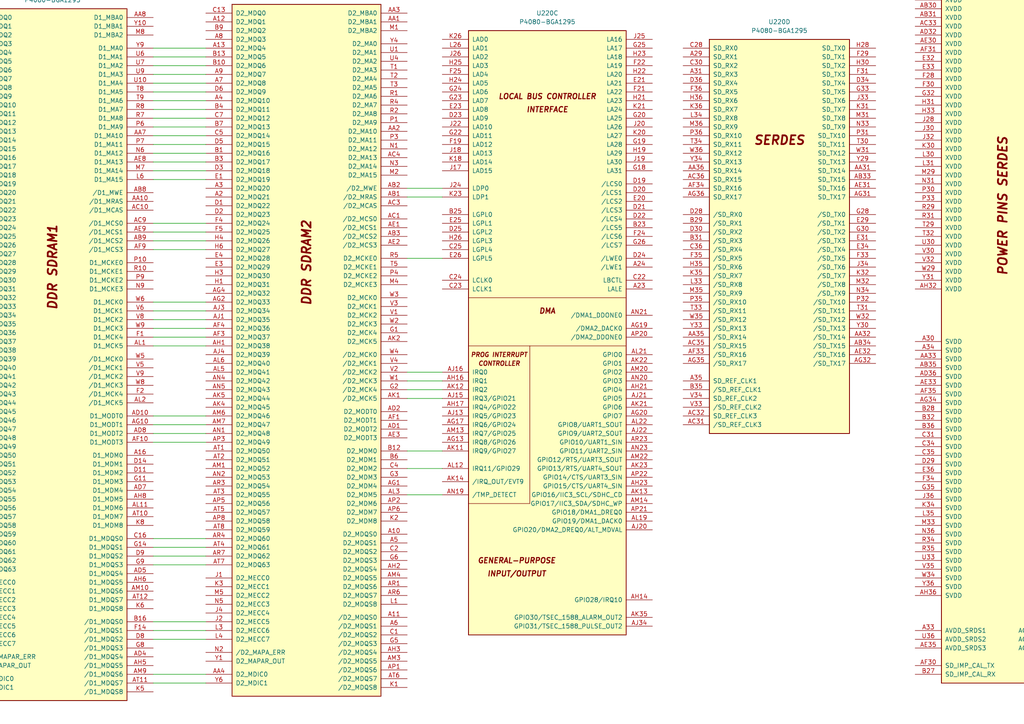
<source format=kicad_sch>
(kicad_sch (version 20250114) (generator "eeschema") (generator_version "9.0")
  (paper "A4")
  (lib_symbols
    (symbol "CPU:P4080-BGA1295" (pin_names (offset 1.016))
      (property "Reference" "U" (at 1.27 19.05 0))
      (property "Value" "P4080-BGA1295" (at 1.27 16.51 0))
      (symbol "P4080-BGA1295_1_1"
        (text "DDR SDRAM1" (at 1.27 26.67 900) (effects (font (size 2.54 2.54) (bold yes) (italic yes))))
        (pin bidirectional line (at -27.94 99.06 0) (length 7.62) (name "D1_MDQ0") (number "A17"))
        (pin bidirectional line (at -27.94 96.52 0) (length 7.62) (name "D1_MDQ1") (number "D17"))
        (pin bidirectional line (at -27.94 93.98 0) (length 7.62) (name "D1_MDQ2") (number "C14"))
        (pin bidirectional line (at -27.94 91.44 0) (length 7.62) (name "D1_MDQ3") (number "A14"))
        (pin bidirectional line (at -27.94 88.9 0) (length 7.62) (name "D1_MDQ4") (number "C17"))
        (pin bidirectional line (at -27.94 86.36 0) (length 7.62) (name "D1_MDQ5") (number "B17"))
        (pin bidirectional line (at -27.94 83.82 0) (length 7.62) (name "D1_MDQ6") (number "A15"))
        (pin bidirectional line (at -27.94 81.28 0) (length 7.62) (name "D1_MDQ7") (number "B15"))
        (pin bidirectional line (at -27.94 78.74 0) (length 7.62) (name "D1_MDQ8") (number "D15"))
        (pin bidirectional line (at -27.94 76.2 0) (length 7.62) (name "D1_MDQ9") (number "G15"))
        (pin bidirectional line (at -27.94 73.66 0) (length 7.62) (name "D1_MDQ10") (number "E12"))
        (pin bidirectional line (at -27.94 71.12 0) (length 7.62) (name "D1_MDQ11") (number "G12"))
        (pin bidirectional line (at -27.94 68.58 0) (length 7.62) (name "D1_MDQ12") (number "F16"))
        (pin bidirectional line (at -27.94 66.04 0) (length 7.62) (name "D1_MDQ13") (number "E15"))
        (pin bidirectional line (at -27.94 63.5 0) (length 7.62) (name "D1_MDQ14") (number "E13"))
        (pin bidirectional line (at -27.94 60.96 0) (length 7.62) (name "D1_MDQ15") (number "F13"))
        (pin bidirectional line (at -27.94 58.42 0) (length 7.62) (name "D1_MDQ16") (number "C8"))
        (pin bidirectional line (at -27.94 55.88 0) (length 7.62) (name "D1_MDQ17") (number "D12"))
        (pin bidirectional line (at -27.94 53.34 0) (length 7.62) (name "D1_MDQ18") (number "E9"))
        (pin bidirectional line (at -27.94 50.8 0) (length 7.62) (name "D1_MDQ19") (number "E10"))
        (pin bidirectional line (at -27.94 48.26 0) (length 7.62) (name "D1_MDQ20") (number "C11"))
        (pin bidirectional line (at -27.94 45.72 0) (length 7.62) (name "D1_MDQ21") (number "C10"))
        (pin bidirectional line (at -27.94 43.18 0) (length 7.62) (name "D1_MDQ22") (number "E6"))
        (pin bidirectional line (at -27.94 40.64 0) (length 7.62) (name "D1_MDQ23") (number "E7"))
        (pin bidirectional line (at -27.94 38.1 0) (length 7.62) (name "D1_MDQ24") (number "F7"))
        (pin bidirectional line (at -27.94 35.56 0) (length 7.62) (name "D1_MDQ25") (number "F11"))
        (pin bidirectional line (at -27.94 33.02 0) (length 7.62) (name "D1_MDQ26") (number "H10"))
        (pin bidirectional line (at -27.94 30.48 0) (length 7.62) (name "D1_MDQ27") (number "J10"))
        (pin bidirectional line (at -27.94 27.94 0) (length 7.62) (name "D1_MDQ28") (number "F10"))
        (pin bidirectional line (at -27.94 25.4 0) (length 7.62) (name "D1_MDQ29") (number "F8"))
        (pin bidirectional line (at -27.94 22.86 0) (length 7.62) (name "D1_MDQ30") (number "H7"))
        (pin bidirectional line (at -27.94 20.32 0) (length 7.62) (name "D1_MDQ31") (number "H9"))
        (pin bidirectional line (at -27.94 17.78 0) (length 7.62) (name "D1_MDQ32") (number "AC7"))
        (pin bidirectional line (at -27.94 15.24 0) (length 7.62) (name "D1_MDQ33") (number "AC6"))
        (pin bidirectional line (at -27.94 12.7 0) (length 7.62) (name "D1_MDQ34") (number "AF6"))
        (pin bidirectional line (at -27.94 10.16 0) (length 7.62) (name "D1_MDQ35") (number "AF7"))
        (pin bidirectional line (at -27.94 7.62 0) (length 7.62) (name "D1_MDQ36") (number "AB5"))
        (pin bidirectional line (at -27.94 5.08 0) (length 7.62) (name "D1_MDQ37") (number "AB6"))
        (pin bidirectional line (at -27.94 2.54 0) (length 7.62) (name "D1_MDQ38") (number "AE5"))
        (pin bidirectional line (at -27.94 0 0) (length 7.62) (name "D1_MDQ39") (number "AE6"))
        (pin bidirectional line (at -27.94 -2.54 0) (length 7.62) (name "D1_MDQ40") (number "AG5"))
        (pin bidirectional line (at -27.94 -5.08 0) (length 7.62) (name "D1_MDQ41") (number "AH9"))
        (pin bidirectional line (at -27.94 -7.62 0) (length 7.62) (name "D1_MDQ42") (number "AJ9"))
        (pin bidirectional line (at -27.94 -10.16 0) (length 7.62) (name "D1_MDQ43") (number "AJ10"))
        (pin bidirectional line (at -27.94 -12.7 0) (length 7.62) (name "D1_MDQ44") (number "AG8"))
        (pin bidirectional line (at -27.94 -15.24 0) (length 7.62) (name "D1_MDQ45") (number "AG7"))
        (pin bidirectional line (at -27.94 -17.78 0) (length 7.62) (name "D1_MDQ46") (number "AJ6"))
        (pin bidirectional line (at -27.94 -20.32 0) (length 7.62) (name "D1_MDQ47") (number "AJ7"))
        (pin bidirectional line (at -27.94 -22.86 0) (length 7.62) (name "D1_MDQ48") (number "AL9"))
        (pin bidirectional line (at -27.94 -25.4 0) (length 7.62) (name "D1_MDQ49") (number "AL8"))
        (pin bidirectional line (at -27.94 -27.94 0) (length 7.62) (name "D1_MDQ50") (number "AN10"))
        (pin bidirectional line (at -27.94 -30.48 0) (length 7.62) (name "D1_MDQ51") (number "AN11"))
        (pin bidirectional line (at -27.94 -33.02 0) (length 7.62) (name "D1_MDQ52") (number "AK8"))
        (pin bidirectional line (at -27.94 -35.56 0) (length 7.62) (name "D1_MDQ53") (number "AK7"))
        (pin bidirectional line (at -27.94 -38.1 0) (length 7.62) (name "D1_MDQ54") (number "AN7"))
        (pin bidirectional line (at -27.94 -40.64 0) (length 7.62) (name "D1_MDQ55") (number "AN8"))
        (pin bidirectional line (at -27.94 -43.18 0) (length 7.62) (name "D1_MDQ56") (number "AT9"))
        (pin bidirectional line (at -27.94 -45.72 0) (length 7.62) (name "D1_MDQ57") (number "AR10"))
        (pin bidirectional line (at -27.94 -48.26 0) (length 7.62) (name "D1_MDQ58") (number "AT13"))
        (pin bidirectional line (at -27.94 -50.8 0) (length 7.62) (name "D1_MDQ59") (number "AR13"))
        (pin bidirectional line (at -27.94 -53.34 0) (length 7.62) (name "D1_MDQ60") (number "AP9"))
        (pin bidirectional line (at -27.94 -55.88 0) (length 7.62) (name "D1_MDQ61") (number "AR9"))
        (pin bidirectional line (at -27.94 -58.42 0) (length 7.62) (name "D1_MDQ62") (number "AR12"))
        (pin bidirectional line (at -27.94 -60.96 0) (length 7.62) (name "D1_MDQ63") (number "AP12"))
        (pin bidirectional line (at -27.94 -64.77 0) (length 7.62) (name "D1_MECC0") (number "K9"))
        (pin bidirectional line (at -27.94 -67.31 0) (length 7.62) (name "D1_MECC1") (number "J5"))
        (pin bidirectional line (at -27.94 -69.85 0) (length 7.62) (name "D1_MECC2") (number "L10"))
        (pin bidirectional line (at -27.94 -72.39 0) (length 7.62) (name "D1_MECC3") (number "M10"))
        (pin bidirectional line (at -27.94 -74.93 0) (length 7.62) (name "D1_MECC4") (number "J8"))
        (pin bidirectional line (at -27.94 -77.47 0) (length 7.62) (name "D1_MECC5") (number "J7"))
        (pin bidirectional line (at -27.94 -80.01 0) (length 7.62) (name "D1_MECC6") (number "L7"))
        (pin bidirectional line (at -27.94 -82.55 0) (length 7.62) (name "D1_MECC7") (number "L9"))
        (pin input line (at -27.94 -86.36 0) (length 7.62) (name "/D1_MAPAR_ERR") (number "N8"))
        (pin output line (at -27.94 -88.9 0) (length 7.62) (name "D1_MAPAR_OUT") (number "Y7"))
        (pin bidirectional line (at -27.94 -92.71 0) (length 7.62) (name "D1_MDIC0") (number "T6"))
        (pin bidirectional line (at -27.94 -95.25 0) (length 7.62) (name "D1_MDIC1") (number "AA5"))
        (pin output line (at 30.48 99.06 180) (length 7.62) (name "D1_MBA0") (number "AA8"))
        (pin output line (at 30.48 96.52 180) (length 7.62) (name "D1_MBA1") (number "Y10"))
        (pin output line (at 30.48 93.98 180) (length 7.62) (name "D1_MBA2") (number "M8"))
        (pin output line (at 30.48 90.17 180) (length 7.62) (name "D1_MA0") (number "Y9"))
        (pin output line (at 30.48 87.63 180) (length 7.62) (name "D1_MA1") (number "U6"))
        (pin output line (at 30.48 85.09 180) (length 7.62) (name "D1_MA2") (number "U7"))
        (pin output line (at 30.48 82.55 180) (length 7.62) (name "D1_MA3") (number "U9"))
        (pin output line (at 30.48 80.01 180) (length 7.62) (name "D1_MA4") (number "U10"))
        (pin output line (at 30.48 77.47 180) (length 7.62) (name "D1_MA5") (number "T8"))
        (pin output line (at 30.48 74.93 180) (length 7.62) (name "D1_MA6") (number "T9"))
        (pin output line (at 30.48 72.39 180) (length 7.62) (name "D1_MA7") (number "R8"))
        (pin output line (at 30.48 69.85 180) (length 7.62) (name "D1_MA8") (number "R7"))
        (pin output line (at 30.48 67.31 180) (length 7.62) (name "D1_MA9") (number "P6"))
        (pin output line (at 30.48 64.77 180) (length 7.62) (name "D1_MA10") (number "AA7"))
        (pin output line (at 30.48 62.23 180) (length 7.62) (name "D1_MA11") (number "P7"))
        (pin output line (at 30.48 59.69 180) (length 7.62) (name "D1_MA12") (number "N6"))
        (pin output line (at 30.48 57.15 180) (length 7.62) (name "D1_MA13") (number "AE8"))
        (pin output line (at 30.48 54.61 180) (length 7.62) (name "D1_MA14") (number "M7"))
        (pin output line (at 30.48 52.07 180) (length 7.62) (name "D1_MA15") (number "L6"))
        (pin output line (at 30.48 48.26 180) (length 7.62) (name "/D1_MWE") (number "AB8"))
        (pin output line (at 30.48 45.72 180) (length 7.62) (name "/D1_MRAS") (number "AA10"))
        (pin output line (at 30.48 43.18 180) (length 7.62) (name "/D1_MCAS") (number "AC10"))
        (pin output line (at 30.48 39.37 180) (length 7.62) (name "/D1_MCS0") (number "AC9"))
        (pin output line (at 30.48 36.83 180) (length 7.62) (name "/D1_MCS1") (number "AE9"))
        (pin output line (at 30.48 34.29 180) (length 7.62) (name "/D1_MCS2") (number "AB9"))
        (pin output line (at 30.48 31.75 180) (length 7.62) (name "/D1_MCS3") (number "AF9"))
        (pin output line (at 30.48 27.94 180) (length 7.62) (name "D1_MCKE0") (number "P10"))
        (pin output line (at 30.48 25.4 180) (length 7.62) (name "D1_MCKE1") (number "R10"))
        (pin output line (at 30.48 22.86 180) (length 7.62) (name "D1_MCKE2") (number "P9"))
        (pin output line (at 30.48 20.32 180) (length 7.62) (name "D1_MCKE3") (number "N9"))
        (pin output line (at 30.48 16.51 180) (length 7.62) (name "D1_MCK0") (number "W6"))
        (pin output line (at 30.48 13.97 180) (length 7.62) (name "D1_MCK1") (number "V6"))
        (pin output line (at 30.48 11.43 180) (length 7.62) (name "D1_MCK2") (number "V8"))
        (pin output line (at 30.48 8.89 180) (length 7.62) (name "D1_MCK3") (number "W9"))
        (pin output line (at 30.48 6.35 180) (length 7.62) (name "D1_MCK4") (number "F1"))
        (pin output line (at 30.48 3.81 180) (length 7.62) (name "D1_MCK5") (number "AL1"))
        (pin output line (at 30.48 0 180) (length 7.62) (name "/D1_MCK0") (number "W5"))
        (pin output line (at 30.48 -2.54 180) (length 7.62) (name "/D1_MCK1") (number "V5"))
        (pin output line (at 30.48 -5.08 180) (length 7.62) (name "/D1_MCK2") (number "V9"))
        (pin output line (at 30.48 -7.62 180) (length 7.62) (name "/D1_MCK3") (number "W8"))
        (pin output line (at 30.48 -10.16 180) (length 7.62) (name "/D1_MCK4") (number "F2"))
        (pin output line (at 30.48 -12.7 180) (length 7.62) (name "/D1_MCK5") (number "AL2"))
        (pin output line (at 30.48 -16.51 180) (length 7.62) (name "D1_MODT0") (number "AD10"))
        (pin output line (at 30.48 -19.05 180) (length 7.62) (name "D1_MODT1") (number "AG10"))
        (pin output line (at 30.48 -21.59 180) (length 7.62) (name "D1_MODT2") (number "AD8"))
        (pin output line (at 30.48 -24.13 180) (length 7.62) (name "D1_MODT3") (number "AF10"))
        (pin output line (at 30.48 -27.94 180) (length 7.62) (name "D1_MDM0") (number "A16"))
        (pin output line (at 30.48 -30.48 180) (length 7.62) (name "D1_MDM1") (number "D14"))
        (pin output line (at 30.48 -33.02 180) (length 7.62) (name "D1_MDM2") (number "D11"))
        (pin output line (at 30.48 -35.56 180) (length 7.62) (name "D1_MDM3") (number "G11"))
        (pin output line (at 30.48 -38.1 180) (length 7.62) (name "D1_MDM4") (number "AD7"))
        (pin output line (at 30.48 -40.64 180) (length 7.62) (name "D1_MDM5") (number "AH8"))
        (pin output line (at 30.48 -43.18 180) (length 7.62) (name "D1_MDM6") (number "AL11"))
        (pin output line (at 30.48 -45.72 180) (length 7.62) (name "D1_MDM7") (number "AT10"))
        (pin output line (at 30.48 -48.26 180) (length 7.62) (name "D1_MDM8") (number "K8"))
        (pin bidirectional line (at 30.48 -52.07 180) (length 7.62) (name "D1_MDQS0") (number "C16"))
        (pin bidirectional line (at 30.48 -54.61 180) (length 7.62) (name "D1_MDQS1") (number "G14"))
        (pin bidirectional line (at 30.48 -57.15 180) (length 7.62) (name "D1_MDQS2") (number "D9"))
        (pin bidirectional line (at 30.48 -59.69 180) (length 7.62) (name "D1_MDQS3") (number "G9"))
        (pin bidirectional line (at 30.48 -62.23 180) (length 7.62) (name "D1_MDQS4") (number "AD5"))
        (pin bidirectional line (at 30.48 -64.77 180) (length 7.62) (name "D1_MDQS5") (number "AH6"))
        (pin bidirectional line (at 30.48 -67.31 180) (length 7.62) (name "D1_MDQS6") (number "AM10"))
        (pin bidirectional line (at 30.48 -69.85 180) (length 7.62) (name "D1_MDQS7") (number "AT12"))
        (pin bidirectional line (at 30.48 -72.39 180) (length 7.62) (name "D1_MDQS8") (number "K6"))
        (pin bidirectional line (at 30.48 -76.2 180) (length 7.62) (name "/D1_MDQS0") (number "B16"))
        (pin bidirectional line (at 30.48 -78.74 180) (length 7.62) (name "/D1_MDQS1") (number "F14"))
        (pin bidirectional line (at 30.48 -81.28 180) (length 7.62) (name "/D1_MDQS2") (number "D8"))
        (pin bidirectional line (at 30.48 -83.82 180) (length 7.62) (name "/D1_MDQS3") (number "G8"))
        (pin bidirectional line (at 30.48 -86.36 180) (length 7.62) (name "/D1_MDQS4") (number "AD4"))
        (pin bidirectional line (at 30.48 -88.9 180) (length 7.62) (name "/D1_MDQS5") (number "AH5"))
        (pin bidirectional line (at 30.48 -91.44 180) (length 7.62) (name "/D1_MDQS6") (number "AM9"))
        (pin bidirectional line (at 30.48 -93.98 180) (length 7.62) (name "/D1_MDQS7") (number "AT11"))
        (pin bidirectional line (at 30.48 -96.52 180) (length 7.62) (name "/D1_MDQS8") (number "K5"))
      )
      (symbol "P4080-BGA1295_2_1"
        (text "DDR SDRAM2" (at 1.27 26.67 900) (effects (font (size 2.54 2.54) (bold yes) (italic yes))))
        (pin bidirectional line (at -27.94 99.06 0) (length 7.62) (name "D2_MDQ0") (number "C13"))
        (pin bidirectional line (at -27.94 96.52 0) (length 7.62) (name "D2_MDQ1") (number "A12"))
        (pin bidirectional line (at -27.94 93.98 0) (length 7.62) (name "D2_MDQ2") (number "B9"))
        (pin bidirectional line (at -27.94 91.44 0) (length 7.62) (name "D2_MDQ3") (number "A8"))
        (pin bidirectional line (at -27.94 88.9 0) (length 7.62) (name "D2_MDQ4") (number "A13"))
        (pin bidirectional line (at -27.94 86.36 0) (length 7.62) (name "D2_MDQ5") (number "B13"))
        (pin bidirectional line (at -27.94 83.82 0) (length 7.62) (name "D2_MDQ6") (number "B10"))
        (pin bidirectional line (at -27.94 81.28 0) (length 7.62) (name "D2_MDQ7") (number "A9"))
        (pin bidirectional line (at -27.94 78.74 0) (length 7.62) (name "D2_MDQ8") (number "A7"))
        (pin bidirectional line (at -27.94 76.2 0) (length 7.62) (name "D2_MDQ9") (number "D6"))
        (pin bidirectional line (at -27.94 73.66 0) (length 7.62) (name "D2_MDQ10") (number "A4"))
        (pin bidirectional line (at -27.94 71.12 0) (length 7.62) (name "D2_MDQ11") (number "B4"))
        (pin bidirectional line (at -27.94 68.58 0) (length 7.62) (name "D2_MDQ12") (number "C7"))
        (pin bidirectional line (at -27.94 66.04 0) (length 7.62) (name "D2_MDQ13") (number "B7"))
        (pin bidirectional line (at -27.94 63.5 0) (length 7.62) (name "D2_MDQ14") (number "C5"))
        (pin bidirectional line (at -27.94 60.96 0) (length 7.62) (name "D2_MDQ15") (number "D5"))
        (pin bidirectional line (at -27.94 58.42 0) (length 7.62) (name "D2_MDQ16") (number "B1"))
        (pin bidirectional line (at -27.94 55.88 0) (length 7.62) (name "D2_MDQ17") (number "B3"))
        (pin bidirectional line (at -27.94 53.34 0) (length 7.62) (name "D2_MDQ18") (number "D3"))
        (pin bidirectional line (at -27.94 50.8 0) (length 7.62) (name "D2_MDQ19") (number "E1"))
        (pin bidirectional line (at -27.94 48.26 0) (length 7.62) (name "D2_MDQ20") (number "A3"))
        (pin bidirectional line (at -27.94 45.72 0) (length 7.62) (name "D2_MDQ21") (number "A2"))
        (pin bidirectional line (at -27.94 43.18 0) (length 7.62) (name "D2_MDQ22") (number "D1"))
        (pin bidirectional line (at -27.94 40.64 0) (length 7.62) (name "D2_MDQ23") (number "D2"))
        (pin bidirectional line (at -27.94 38.1 0) (length 7.62) (name "D2_MDQ24") (number "F4"))
        (pin bidirectional line (at -27.94 35.56 0) (length 7.62) (name "D2_MDQ25") (number "F5"))
        (pin bidirectional line (at -27.94 33.02 0) (length 7.62) (name "D2_MDQ26") (number "H4"))
        (pin bidirectional line (at -27.94 30.48 0) (length 7.62) (name "D2_MDQ27") (number "H6"))
        (pin bidirectional line (at -27.94 27.94 0) (length 7.62) (name "D2_MDQ28") (number "E4"))
        (pin bidirectional line (at -27.94 25.4 0) (length 7.62) (name "D2_MDQ29") (number "E3"))
        (pin bidirectional line (at -27.94 22.86 0) (length 7.62) (name "D2_MDQ30") (number "H3"))
        (pin bidirectional line (at -27.94 20.32 0) (length 7.62) (name "D2_MDQ31") (number "H1"))
        (pin bidirectional line (at -27.94 17.78 0) (length 7.62) (name "D2_MDQ32") (number "AG4"))
        (pin bidirectional line (at -27.94 15.24 0) (length 7.62) (name "D2_MDQ33") (number "AG2"))
        (pin bidirectional line (at -27.94 12.7 0) (length 7.62) (name "D2_MDQ34") (number "AJ3"))
        (pin bidirectional line (at -27.94 10.16 0) (length 7.62) (name "D2_MDQ35") (number "AJ1"))
        (pin bidirectional line (at -27.94 7.62 0) (length 7.62) (name "D2_MDQ36") (number "AF4"))
        (pin bidirectional line (at -27.94 5.08 0) (length 7.62) (name "D2_MDQ37") (number "AF3"))
        (pin bidirectional line (at -27.94 2.54 0) (length 7.62) (name "D2_MDQ38") (number "AH1"))
        (pin bidirectional line (at -27.94 0 0) (length 7.62) (name "D2_MDQ39") (number "AJ4"))
        (pin bidirectional line (at -27.94 -2.54 0) (length 7.62) (name "D2_MDQ40") (number "AL6"))
        (pin bidirectional line (at -27.94 -5.08 0) (length 7.62) (name "D2_MDQ41") (number "AL5"))
        (pin bidirectional line (at -27.94 -7.62 0) (length 7.62) (name "D2_MDQ42") (number "AN4"))
        (pin bidirectional line (at -27.94 -10.16 0) (length 7.62) (name "D2_MDQ43") (number "AN5"))
        (pin bidirectional line (at -27.94 -12.7 0) (length 7.62) (name "D2_MDQ44") (number "AK5"))
        (pin bidirectional line (at -27.94 -15.24 0) (length 7.62) (name "D2_MDQ45") (number "AK4"))
        (pin bidirectional line (at -27.94 -17.78 0) (length 7.62) (name "D2_MDQ46") (number "AM6"))
        (pin bidirectional line (at -27.94 -20.32 0) (length 7.62) (name "D2_MDQ47") (number "AM7"))
        (pin bidirectional line (at -27.94 -22.86 0) (length 7.62) (name "D2_MDQ48") (number "AN1"))
        (pin bidirectional line (at -27.94 -25.4 0) (length 7.62) (name "D2_MDQ49") (number "AP3"))
        (pin bidirectional line (at -27.94 -27.94 0) (length 7.62) (name "D2_MDQ50") (number "AT1"))
        (pin bidirectional line (at -27.94 -30.48 0) (length 7.62) (name "D2_MDQ51") (number "AT2"))
        (pin bidirectional line (at -27.94 -33.02 0) (length 7.62) (name "D2_MDQ52") (number "AM1"))
        (pin bidirectional line (at -27.94 -35.56 0) (length 7.62) (name "D2_MDQ53") (number "AN2"))
        (pin bidirectional line (at -27.94 -38.1 0) (length 7.62) (name "D2_MDQ54") (number "AR3"))
        (pin bidirectional line (at -27.94 -40.64 0) (length 7.62) (name "D2_MDQ55") (number "AT3"))
        (pin bidirectional line (at -27.94 -43.18 0) (length 7.62) (name "D2_MDQ56") (number "AP5"))
        (pin bidirectional line (at -27.94 -45.72 0) (length 7.62) (name "D2_MDQ57") (number "AT5"))
        (pin bidirectional line (at -27.94 -48.26 0) (length 7.62) (name "D2_MDQ58") (number "AP8"))
        (pin bidirectional line (at -27.94 -50.8 0) (length 7.62) (name "D2_MDQ59") (number "AT8"))
        (pin bidirectional line (at -27.94 -53.34 0) (length 7.62) (name "D2_MDQ60") (number "AR4"))
        (pin bidirectional line (at -27.94 -55.88 0) (length 7.62) (name "D2_MDQ61") (number "AT4"))
        (pin bidirectional line (at -27.94 -58.42 0) (length 7.62) (name "D2_MDQ62") (number "AR7"))
        (pin bidirectional line (at -27.94 -60.96 0) (length 7.62) (name "D2_MDQ63") (number "AT7"))
        (pin bidirectional line (at -27.94 -64.77 0) (length 7.62) (name "D2_MECC0") (number "J1"))
        (pin bidirectional line (at -27.94 -67.31 0) (length 7.62) (name "D2_MECC1") (number "K3"))
        (pin bidirectional line (at -27.94 -69.85 0) (length 7.62) (name "D2_MECC2") (number "M5"))
        (pin bidirectional line (at -27.94 -72.39 0) (length 7.62) (name "D2_MECC3") (number "N5"))
        (pin bidirectional line (at -27.94 -74.93 0) (length 7.62) (name "D2_MECC4") (number "J4"))
        (pin bidirectional line (at -27.94 -77.47 0) (length 7.62) (name "D2_MECC5") (number "J2"))
        (pin bidirectional line (at -27.94 -80.01 0) (length 7.62) (name "D2_MECC6") (number "L3"))
        (pin bidirectional line (at -27.94 -82.55 0) (length 7.62) (name "D2_MECC7") (number "L4"))
        (pin input line (at -27.94 -86.36 0) (length 7.62) (name "/D2_MAPA_ERR") (number "N2"))
        (pin output line (at -27.94 -88.9 0) (length 7.62) (name "D2_MAPAR_OUT") (number "Y1"))
        (pin bidirectional line (at -27.94 -92.71 0) (length 7.62) (name "D2_MDIC0") (number "AA4"))
        (pin bidirectional line (at -27.94 -95.25 0) (length 7.62) (name "D2_MDIC1") (number "Y6"))
        (pin output line (at 30.48 99.06 180) (length 7.62) (name "D2_MBA0") (number "AA3"))
        (pin output line (at 30.48 96.52 180) (length 7.62) (name "D2_MBA1") (number "AA1"))
        (pin output line (at 30.48 93.98 180) (length 7.62) (name "D2_MBA2") (number "M1"))
        (pin output line (at 30.48 90.17 180) (length 7.62) (name "D2_MA0") (number "Y4"))
        (pin output line (at 30.48 87.63 180) (length 7.62) (name "D2_MA1") (number "U1"))
        (pin output line (at 30.48 85.09 180) (length 7.62) (name "D2_MA2") (number "U4"))
        (pin output line (at 30.48 82.55 180) (length 7.62) (name "D2_MA3") (number "T1"))
        (pin output line (at 30.48 80.01 180) (length 7.62) (name "D2_MA4") (number "T2"))
        (pin output line (at 30.48 77.47 180) (length 7.62) (name "D2_MA5") (number "T3"))
        (pin output line (at 30.48 74.93 180) (length 7.62) (name "D2_MA6") (number "R1"))
        (pin output line (at 30.48 72.39 180) (length 7.62) (name "D2_MA7") (number "R4"))
        (pin output line (at 30.48 69.85 180) (length 7.62) (name "D2_MA8") (number "R2"))
        (pin output line (at 30.48 67.31 180) (length 7.62) (name "D2_MA9") (number "P1"))
        (pin output line (at 30.48 64.77 180) (length 7.62) (name "D2_MA10") (number "AA2"))
        (pin output line (at 30.48 62.23 180) (length 7.62) (name "D2_MA11") (number "P3"))
        (pin output line (at 30.48 59.69 180) (length 7.62) (name "D2_MA12") (number "N1"))
        (pin output line (at 30.48 57.15 180) (length 7.62) (name "D2_MA13") (number "AC4"))
        (pin output line (at 30.48 54.61 180) (length 7.62) (name "D2_MA14") (number "N3"))
        (pin output line (at 30.48 52.07 180) (length 7.62) (name "D2_MA15") (number "M2"))
        (pin output line (at 30.48 48.26 180) (length 7.62) (name "/D2_MWE") (number "AB2"))
        (pin output line (at 30.48 45.72 180) (length 7.62) (name "/D2_MRAS") (number "AB1"))
        (pin output line (at 30.48 43.18 180) (length 7.62) (name "/D2_MCAS") (number "AC3"))
        (pin output line (at 30.48 39.37 180) (length 7.62) (name "/D2_MCS0") (number "AC1"))
        (pin output line (at 30.48 36.83 180) (length 7.62) (name "/D2_MCS1") (number "AE1"))
        (pin output line (at 30.48 34.29 180) (length 7.62) (name "/D2_MCS2") (number "AB3"))
        (pin output line (at 30.48 31.75 180) (length 7.62) (name "/D2_MCS3") (number "AE2"))
        (pin output line (at 30.48 27.94 180) (length 7.62) (name "D2_MCKE0") (number "R5"))
        (pin output line (at 30.48 25.4 180) (length 7.62) (name "D2_MCKE1") (number "T5"))
        (pin output line (at 30.48 22.86 180) (length 7.62) (name "D2_MCKE2") (number "P4"))
        (pin output line (at 30.48 20.32 180) (length 7.62) (name "D2_MCKE3") (number "M4"))
        (pin output line (at 30.48 16.51 180) (length 7.62) (name "D2_MCK0") (number "W3"))
        (pin output line (at 30.48 13.97 180) (length 7.62) (name "D2_MCK1") (number "V3"))
        (pin output line (at 30.48 11.43 180) (length 7.62) (name "D2_MCK2") (number "V1"))
        (pin output line (at 30.48 8.89 180) (length 7.62) (name "D2_MCK3") (number "W2"))
        (pin output line (at 30.48 6.35 180) (length 7.62) (name "D2_MCK4") (number "G1"))
        (pin output line (at 30.48 3.81 180) (length 7.62) (name "D2_MCK5") (number "AK2"))
        (pin output line (at 30.48 0 180) (length 7.62) (name "/D2_MCK0") (number "W4"))
        (pin output line (at 30.48 -2.54 180) (length 7.62) (name "/D2_MCK1") (number "V4"))
        (pin output line (at 30.48 -5.08 180) (length 7.62) (name "/D2_MCK2") (number "V2"))
        (pin output line (at 30.48 -7.62 180) (length 7.62) (name "/D2_MCK3") (number "W1"))
        (pin output line (at 30.48 -10.16 180) (length 7.62) (name "/D2_MCK4") (number "G2"))
        (pin output line (at 30.48 -12.7 180) (length 7.62) (name "/D2_MCK5") (number "AK1"))
        (pin output line (at 30.48 -16.51 180) (length 7.62) (name "D2_MODT0") (number "AD2"))
        (pin output line (at 30.48 -19.05 180) (length 7.62) (name "D2_MODT1") (number "AF1"))
        (pin output line (at 30.48 -21.59 180) (length 7.62) (name "D2_MODT2") (number "AD1"))
        (pin output line (at 30.48 -24.13 180) (length 7.62) (name "D2_MODT3") (number "AE3"))
        (pin output line (at 30.48 -27.94 180) (length 7.62) (name "D2_MDM0") (number "B12"))
        (pin output line (at 30.48 -30.48 180) (length 7.62) (name "D2_MDM1") (number "B6"))
        (pin output line (at 30.48 -33.02 180) (length 7.62) (name "D2_MDM2") (number "C4"))
        (pin output line (at 30.48 -35.56 180) (length 7.62) (name "D2_MDM3") (number "G3"))
        (pin output line (at 30.48 -38.1 180) (length 7.62) (name "D2_MDM4") (number "AG1"))
        (pin output line (at 30.48 -40.64 180) (length 7.62) (name "D2_MDM5") (number "AL3"))
        (pin output line (at 30.48 -43.18 180) (length 7.62) (name "D2_MDM6") (number "AP2"))
        (pin output line (at 30.48 -45.72 180) (length 7.62) (name "D2_MDM7") (number "AP6"))
        (pin output line (at 30.48 -48.26 180) (length 7.62) (name "D2_MDM8") (number "K2"))
        (pin bidirectional line (at 30.48 -52.07 180) (length 7.62) (name "D2_MDQS0") (number "A10"))
        (pin bidirectional line (at 30.48 -54.61 180) (length 7.62) (name "D2_MDQS1") (number "A5"))
        (pin bidirectional line (at 30.48 -57.15 180) (length 7.62) (name "D2_MDQS2") (number "C2"))
        (pin bidirectional line (at 30.48 -59.69 180) (length 7.62) (name "D2_MDQS3") (number "G6"))
        (pin bidirectional line (at 30.48 -62.23 180) (length 7.62) (name "D2_MDQS4") (number "AH2"))
        (pin bidirectional line (at 30.48 -64.77 180) (length 7.62) (name "D2_MDQS5") (number "AM4"))
        (pin bidirectional line (at 30.48 -67.31 180) (length 7.62) (name "D2_MDQS6") (number "AR1"))
        (pin bidirectional line (at 30.48 -69.85 180) (length 7.62) (name "D2_MDQS7") (number "AR6"))
        (pin bidirectional line (at 30.48 -72.39 180) (length 7.62) (name "D2_MDQS8") (number "L1"))
        (pin bidirectional line (at 30.48 -76.2 180) (length 7.62) (name "/D2_MDQS0") (number "A11"))
        (pin bidirectional line (at 30.48 -78.74 180) (length 7.62) (name "/D2_MDQS1") (number "A6"))
        (pin bidirectional line (at 30.48 -81.28 180) (length 7.62) (name "/D2_MDQS2") (number "C1"))
        (pin bidirectional line (at 30.48 -83.82 180) (length 7.62) (name "/D2_MDQS3") (number "G5"))
        (pin bidirectional line (at 30.48 -86.36 180) (length 7.62) (name "/D2_MDQS4") (number "AH3"))
        (pin bidirectional line (at 30.48 -88.9 180) (length 7.62) (name "/D2_MDQS5") (number "AM3"))
        (pin bidirectional line (at 30.48 -91.44 180) (length 7.62) (name "/D2_MDQS6") (number "AP1"))
        (pin bidirectional line (at 30.48 -93.98 180) (length 7.62) (name "/D2_MDQS7") (number "AT6"))
        (pin bidirectional line (at 30.48 -96.52 180) (length 7.62) (name "/D2_MDQS8") (number "K1"))
      )
      (symbol "P4080-BGA1295_3_1"
        (text "PROG INTERRUPT" (at -13.97 -5.08 0) (effects (font (size 1.27 1.27) (bold yes) (italic yes))))
        (text "CONTROLLER" (at -13.97 -7.62 0) (effects (font (size 1.27 1.27) (bold yes) (italic yes))))
        (text "GENERAL-PURPOSE" (at -8.89 -64.77 0) (effects (font (size 1.524 1.524) (bold yes) (italic yes))))
        (text "INPUT/OUTPUT" (at -8.89 -68.58 0) (effects (font (size 1.524 1.524) (bold yes) (italic yes))))
        (text "LOCAL BUS CONTROLLER" (at 0 69.85 0) (effects (font (size 1.524 1.524) (bold yes) (italic yes))))
        (text "INTERFACE" (at 0 66.04 0) (effects (font (size 1.524 1.524) (bold yes) (italic yes))))
        (text "DMA" (at 0 7.62 0) (effects (font (size 1.524 1.524) (bold yes) (italic yes))))
        (pin bidirectional line (at -30.48 86.36 0) (length 7.62) (name "LAD0") (number "K26"))
        (pin bidirectional line (at -30.48 83.82 0) (length 7.62) (name "LAD1") (number "L26"))
        (pin bidirectional line (at -30.48 81.28 0) (length 7.62) (name "LAD2") (number "J26"))
        (pin bidirectional line (at -30.48 78.74 0) (length 7.62) (name "LAD3") (number "H25"))
        (pin bidirectional line (at -30.48 76.2 0) (length 7.62) (name "LAD4") (number "F25"))
        (pin bidirectional line (at -30.48 73.66 0) (length 7.62) (name "LAD5") (number "H24"))
        (pin bidirectional line (at -30.48 71.12 0) (length 7.62) (name "LAD6") (number "G24"))
        (pin bidirectional line (at -30.48 68.58 0) (length 7.62) (name "LAD7") (number "G23"))
        (pin bidirectional line (at -30.48 66.04 0) (length 7.62) (name "LAD8") (number "E23"))
        (pin bidirectional line (at -30.48 63.5 0) (length 7.62) (name "LAD9") (number "D23"))
        (pin bidirectional line (at -30.48 60.96 0) (length 7.62) (name "LAD10") (number "J22"))
        (pin bidirectional line (at -30.48 58.42 0) (length 7.62) (name "LAD11") (number "G22"))
        (pin bidirectional line (at -30.48 55.88 0) (length 7.62) (name "LAD12") (number "F19"))
        (pin bidirectional line (at -30.48 53.34 0) (length 7.62) (name "LAD13") (number "J18"))
        (pin bidirectional line (at -30.48 50.8 0) (length 7.62) (name "LAD14") (number "K18"))
        (pin bidirectional line (at -30.48 48.26 0) (length 7.62) (name "LAD15") (number "J17"))
        (pin bidirectional line (at -30.48 43.18 0) (length 7.62) (name "LDP0") (number "J24"))
        (pin bidirectional line (at -30.48 40.64 0) (length 7.62) (name "LDP1") (number "K23"))
        (pin output line (at -30.48 35.56 0) (length 7.62) (name "LGPL0") (number "B25"))
        (pin output line (at -30.48 33.02 0) (length 7.62) (name "LGPL1") (number "E25"))
        (pin output line (at -30.48 30.48 0) (length 7.62) (name "LGPL2") (number "D25"))
        (pin output line (at -30.48 27.94 0) (length 7.62) (name "LGPL3") (number "H26"))
        (pin bidirectional line (at -30.48 25.4 0) (length 7.62) (name "LGPL4") (number "C25"))
        (pin output line (at -30.48 22.86 0) (length 7.62) (name "LGPL5") (number "E26"))
        (pin output line (at -30.48 16.51 0) (length 7.62) (name "LCLK0") (number "C24"))
        (pin output line (at -30.48 13.97 0) (length 7.62) (name "LCLK1") (number "C23"))
        (pin input line (at -30.48 -10.16 0) (length 7.62) (name "IRQ0") (number "AJ16"))
        (pin input line (at -30.48 -12.7 0) (length 7.62) (name "IRQ1") (number "AH16"))
        (pin input line (at -30.48 -15.24 0) (length 7.62) (name "IRQ2") (number "AK12"))
        (pin input line (at -30.48 -17.78 0) (length 7.62) (name "IRQ3/GPIO21") (number "AJ15"))
        (pin input line (at -30.48 -20.32 0) (length 7.62) (name "IRQ4/GPIO22") (number "AH17"))
        (pin input line (at -30.48 -22.86 0) (length 7.62) (name "IRQ5/GPIO23") (number "AJ13"))
        (pin input line (at -30.48 -25.4 0) (length 7.62) (name "IRQ6/GPIO24") (number "AG17"))
        (pin input line (at -30.48 -27.94 0) (length 7.62) (name "IRQ7/GPIO25") (number "AM13"))
        (pin input line (at -30.48 -30.48 0) (length 7.62) (name "IRQ8/GPIO26") (number "AG13"))
        (pin input line (at -30.48 -33.02 0) (length 7.62) (name "IRQ9/GPIO27") (number "AK11"))
        (pin input line (at -30.48 -38.1 0) (length 7.62) (name "IRQ11/GPIO29") (number "AL12"))
        (pin output line (at -30.48 -41.91 0) (length 7.62) (name "/IRQ_OUT/EVT9") (number "AK14"))
        (pin input line (at -30.48 -45.72 0) (length 7.62) (name "/TMP_DETECT") (number "AN19"))
        (pin output line (at 30.48 86.36 180) (length 7.62) (name "LA16") (number "J25"))
        (pin output line (at 30.48 83.82 180) (length 7.62) (name "LA17") (number "G25"))
        (pin output line (at 30.48 81.28 180) (length 7.62) (name "LA18") (number "H23"))
        (pin output line (at 30.48 78.74 180) (length 7.62) (name "LA19") (number "F22"))
        (pin output line (at 30.48 76.2 180) (length 7.62) (name "LA20") (number "H22"))
        (pin output line (at 30.48 73.66 180) (length 7.62) (name "LA21") (number "E21"))
        (pin output line (at 30.48 71.12 180) (length 7.62) (name "LA22") (number "F21"))
        (pin output line (at 30.48 68.58 180) (length 7.62) (name "LA23") (number "H21"))
        (pin output line (at 30.48 66.04 180) (length 7.62) (name "LA24") (number "K21"))
        (pin output line (at 30.48 63.5 180) (length 7.62) (name "LA25") (number "G20"))
        (pin output line (at 30.48 60.96 180) (length 7.62) (name "LA26") (number "J20"))
        (pin output line (at 30.48 58.42 180) (length 7.62) (name "LA27") (number "K20"))
        (pin output line (at 30.48 55.88 180) (length 7.62) (name "LA28") (number "G19"))
        (pin output line (at 30.48 53.34 180) (length 7.62) (name "LA29") (number "H19"))
        (pin output line (at 30.48 50.8 180) (length 7.62) (name "LA30") (number "J19"))
        (pin output line (at 30.48 48.26 180) (length 7.62) (name "LA31") (number "G18"))
        (pin output line (at 30.48 44.45 180) (length 7.62) (name "/LCS0") (number "D19"))
        (pin output line (at 30.48 41.91 180) (length 7.62) (name "/LCS1") (number "D20"))
        (pin output line (at 30.48 39.37 180) (length 7.62) (name "/LCS2") (number "E20"))
        (pin output line (at 30.48 36.83 180) (length 7.62) (name "/LCS3") (number "D21"))
        (pin output line (at 30.48 34.29 180) (length 7.62) (name "/LCS4") (number "D22"))
        (pin output line (at 30.48 31.75 180) (length 7.62) (name "/LCS5") (number "B23"))
        (pin output line (at 30.48 29.21 180) (length 7.62) (name "/LCS6") (number "F24"))
        (pin output line (at 30.48 26.67 180) (length 7.62) (name "/LCS7") (number "G26"))
        (pin output line (at 30.48 22.86 180) (length 7.62) (name "/LWE0") (number "D24"))
        (pin output line (at 30.48 20.32 180) (length 7.62) (name "/LWE1") (number "A24"))
        (pin output line (at 30.48 16.51 180) (length 7.62) (name "LBCTL") (number "C22"))
        (pin bidirectional line (at 30.48 13.97 180) (length 7.62) (name "LALE") (number "A23"))
        (pin output line (at 30.48 6.35 180) (length 7.62) (name "/DMA1_DDONE0") (number "AN21"))
        (pin output line (at 30.48 2.54 180) (length 7.62) (name "/DMA2_DACK0") (number "AG19"))
        (pin output line (at 30.48 0 180) (length 7.62) (name "/DMA2_DDONE0") (number "AP20"))
        (pin bidirectional line (at 30.48 -5.08 180) (length 7.62) (name "GPIO0") (number "AL21"))
        (pin bidirectional line (at 30.48 -7.62 180) (length 7.62) (name "GPIO1") (number "AK22"))
        (pin bidirectional line (at 30.48 -10.16 180) (length 7.62) (name "GPIO2") (number "AM20"))
        (pin bidirectional line (at 30.48 -12.7 180) (length 7.62) (name "GPIO3") (number "AN20"))
        (pin bidirectional line (at 30.48 -15.24 180) (length 7.62) (name "GPIO4") (number "AH21"))
        (pin bidirectional line (at 30.48 -17.78 180) (length 7.62) (name "GPIO5") (number "AJ21"))
        (pin bidirectional line (at 30.48 -20.32 180) (length 7.62) (name "GPIO6") (number "AK21"))
        (pin bidirectional line (at 30.48 -22.86 180) (length 7.62) (name "GPIO7") (number "AG20"))
        (pin bidirectional line (at 30.48 -25.4 180) (length 7.62) (name "GPIO8/UART1_SOUT") (number "AL22"))
        (pin bidirectional line (at 30.48 -27.94 180) (length 7.62) (name "GPIO9/UART2_SOUT") (number "AJ22"))
        (pin bidirectional line (at 30.48 -30.48 180) (length 7.62) (name "GPIO10/UART1_SIN") (number "AR23"))
        (pin bidirectional line (at 30.48 -33.02 180) (length 7.62) (name "GPIO11/UART2_SIN") (number "AN23"))
        (pin bidirectional line (at 30.48 -35.56 180) (length 7.62) (name "GPIO12/RTS/UART3_SOUT") (number "AM22"))
        (pin bidirectional line (at 30.48 -38.1 180) (length 7.62) (name "GPIO13/RTS/UART4_SOUT") (number "AK23"))
        (pin bidirectional line (at 30.48 -40.64 180) (length 7.62) (name "GPIO14/CTS/UART3_SIN") (number "AP22"))
        (pin bidirectional line (at 30.48 -43.18 180) (length 7.62) (name "GPIO15/CTS/UART4_SIN") (number "AH23"))
        (pin bidirectional line (at 30.48 -45.72 180) (length 7.62) (name "GPIO16/IIC3_SCL/SDHC_CD") (number "AK13"))
        (pin bidirectional line (at 30.48 -48.26 180) (length 7.62) (name "GPIO17/IIC3_SDA/SDHC_WP") (number "AM14"))
        (pin bidirectional line (at 30.48 -50.8 180) (length 7.62) (name "GPIO18/DMA1_DREQ0") (number "AP21"))
        (pin bidirectional line (at 30.48 -53.34 180) (length 7.62) (name "GPIO19/DMA1_DACK0") (number "AL19"))
        (pin bidirectional line (at 30.48 -55.88 180) (length 7.62) (name "GPIO20/DMA2_DREQ0/ALT_MDVAL") (number "AJ20"))
        (pin bidirectional line (at 30.48 -76.2 180) (length 7.62) (name "GPIO28/IRQ10") (number "AH14"))
        (pin bidirectional line (at 30.48 -81.28 180) (length 7.62) (name "GPIO30/TSEC_1588_ALARM_OUT2") (number "AK35"))
        (pin bidirectional line (at 30.48 -83.82 180) (length 7.62) (name "GPIO31/TSEC_1588_PULSE_OUT2") (number "AJ34"))
      )
      (symbol "P4080-BGA1295_4_1"
        (text "SERDES" (at 0 29.21 0) (effects (font (size 2.54 2.54) (bold yes) (italic yes))))
        (pin input line (at -27.94 55.88 0) (length 7.62) (name "SD_RX0") (number "C28"))
        (pin input line (at -27.94 53.34 0) (length 7.62) (name "SD_RX1") (number "A29"))
        (pin input line (at -27.94 50.8 0) (length 7.62) (name "SD_RX2") (number "C30"))
        (pin input line (at -27.94 48.26 0) (length 7.62) (name "SD_RX3") (number "A31"))
        (pin input line (at -27.94 45.72 0) (length 7.62) (name "SD_RX4") (number "D36"))
        (pin input line (at -27.94 43.18 0) (length 7.62) (name "SD_RX5") (number "F36"))
        (pin input line (at -27.94 40.64 0) (length 7.62) (name "SD_RX6") (number "H36"))
        (pin input line (at -27.94 38.1 0) (length 7.62) (name "SD_RX7") (number "K36"))
        (pin input line (at -27.94 35.56 0) (length 7.62) (name "SD_RX8") (number "L34"))
        (pin input line (at -27.94 33.02 0) (length 7.62) (name "SD_RX9") (number "M36"))
        (pin input line (at -27.94 30.48 0) (length 7.62) (name "SD_RX10") (number "P36"))
        (pin input line (at -27.94 27.94 0) (length 7.62) (name "SD_RX11") (number "T34"))
        (pin input line (at -27.94 25.4 0) (length 7.62) (name "SD_RX12") (number "W36"))
        (pin input line (at -27.94 22.86 0) (length 7.62) (name "SD_RX13") (number "Y34"))
        (pin input line (at -27.94 20.32 0) (length 7.62) (name "SD_RX14") (number "AA36"))
        (pin input line (at -27.94 17.78 0) (length 7.62) (name "SD_RX15") (number "AC36"))
        (pin input line (at -27.94 15.24 0) (length 7.62) (name "SD_RX16") (number "AF34"))
        (pin input line (at -27.94 12.7 0) (length 7.62) (name "SD_RX17") (number "AG36"))
        (pin input line (at -27.94 7.62 0) (length 7.62) (name "/SD_RX0") (number "D28"))
        (pin input line (at -27.94 5.08 0) (length 7.62) (name "/SD_RX1") (number "B29"))
        (pin input line (at -27.94 2.54 0) (length 7.62) (name "/SD_RX2") (number "D30"))
        (pin input line (at -27.94 0 0) (length 7.62) (name "/SD_RX3") (number "B31"))
        (pin input line (at -27.94 -2.54 0) (length 7.62) (name "/SD_RX4") (number "C36"))
        (pin input line (at -27.94 -5.08 0) (length 7.62) (name "/SD_RX5") (number "F35"))
        (pin input line (at -27.94 -7.62 0) (length 7.62) (name "/SD_RX6") (number "H35"))
        (pin input line (at -27.94 -10.16 0) (length 7.62) (name "/SD_RX7") (number "K35"))
        (pin input line (at -27.94 -12.7 0) (length 7.62) (name "/SD_RX8") (number "L33"))
        (pin input line (at -27.94 -15.24 0) (length 7.62) (name "/SD_RX9") (number "M35"))
        (pin input line (at -27.94 -17.78 0) (length 7.62) (name "/SD_RX10") (number "P35"))
        (pin input line (at -27.94 -20.32 0) (length 7.62) (name "/SD_RX11") (number "T33"))
        (pin input line (at -27.94 -22.86 0) (length 7.62) (name "/SD_RX12") (number "W35"))
        (pin input line (at -27.94 -25.4 0) (length 7.62) (name "/SD_RX13") (number "Y33"))
        (pin input line (at -27.94 -27.94 0) (length 7.62) (name "/SD_RX14") (number "AA35"))
        (pin input line (at -27.94 -30.48 0) (length 7.62) (name "/SD_RX15") (number "AC35"))
        (pin input line (at -27.94 -33.02 0) (length 7.62) (name "/SD_RX16") (number "AF33"))
        (pin input line (at -27.94 -35.56 0) (length 7.62) (name "/SD_RX17") (number "AG35"))
        (pin input line (at -27.94 -40.64 0) (length 7.62) (name "SD_REF_CLK1") (number "A35"))
        (pin input line (at -27.94 -43.18 0) (length 7.62) (name "/SD_REF_CLK1") (number "B35"))
        (pin input line (at -27.94 -45.72 0) (length 7.62) (name "SD_REF_CLK2") (number "V34"))
        (pin input line (at -27.94 -48.26 0) (length 7.62) (name "/SD_REF_CLK2") (number "V33"))
        (pin input line (at -27.94 -50.8 0) (length 7.62) (name "SD_REF_CLK3") (number "AC32"))
        (pin input line (at -27.94 -53.34 0) (length 7.62) (name "/SD_REF_CLK3") (number "AC31"))
        (pin output line (at 27.94 55.88 180) (length 7.62) (name "SD_TX0") (number "H28"))
        (pin output line (at 27.94 53.34 180) (length 7.62) (name "SD_TX1") (number "F29"))
        (pin output line (at 27.94 50.8 180) (length 7.62) (name "SD_TX2") (number "H30"))
        (pin output line (at 27.94 48.26 180) (length 7.62) (name "SD_TX3") (number "F31"))
        (pin output line (at 27.94 45.72 180) (length 7.62) (name "SD_TX4") (number "D34"))
        (pin output line (at 27.94 43.18 180) (length 7.62) (name "SD_TX5") (number "G33"))
        (pin output line (at 27.94 40.64 180) (length 7.62) (name "SD_TX6") (number "J33"))
        (pin output line (at 27.94 38.1 180) (length 7.62) (name "SD_TX7") (number "K31"))
        (pin output line (at 27.94 35.56 180) (length 7.62) (name "SD_TX8") (number "M31"))
        (pin output line (at 27.94 33.02 180) (length 7.62) (name "SD_TX9") (number "N33"))
        (pin output line (at 27.94 30.48 180) (length 7.62) (name "SD_TX10") (number "P31"))
        (pin output line (at 27.94 27.94 180) (length 7.62) (name "SD_TX11") (number "T30"))
        (pin output line (at 27.94 25.4 180) (length 7.62) (name "SD_TX12") (number "W31"))
        (pin output line (at 27.94 22.86 180) (length 7.62) (name "SD_TX13") (number "Y29"))
        (pin output line (at 27.94 20.32 180) (length 7.62) (name "SD_TX14") (number "AA31"))
        (pin output line (at 27.94 17.78 180) (length 7.62) (name "SD_TX15") (number "AB33"))
        (pin output line (at 27.94 15.24 180) (length 7.62) (name "SD_TX16") (number "AE31"))
        (pin output line (at 27.94 12.7 180) (length 7.62) (name "SD_TX17") (number "AG31"))
        (pin output line (at 27.94 7.62 180) (length 7.62) (name "/SD_TX0") (number "G28"))
        (pin output line (at 27.94 5.08 180) (length 7.62) (name "/SD_TX1") (number "E29"))
        (pin output line (at 27.94 2.54 180) (length 7.62) (name "/SD_TX2") (number "G30"))
        (pin output line (at 27.94 0 180) (length 7.62) (name "/SD_TX3") (number "E31"))
        (pin output line (at 27.94 -2.54 180) (length 7.62) (name "/SD_TX4") (number "E34"))
        (pin output line (at 27.94 -5.08 180) (length 7.62) (name "/SD_TX5") (number "F33"))
        (pin output line (at 27.94 -7.62 180) (length 7.62) (name "/SD_TX6") (number "J34"))
        (pin output line (at 27.94 -10.16 180) (length 7.62) (name "/SD_TX7") (number "K32"))
        (pin output line (at 27.94 -12.7 180) (length 7.62) (name "/SD_TX8") (number "M32"))
        (pin output line (at 27.94 -15.24 180) (length 7.62) (name "/SD_TX9") (number "N34"))
        (pin output line (at 27.94 -17.78 180) (length 7.62) (name "/SD_TX10") (number "P32"))
        (pin output line (at 27.94 -20.32 180) (length 7.62) (name "/SD_TX11") (number "T31"))
        (pin output line (at 27.94 -22.86 180) (length 7.62) (name "/SD_TX12") (number "W32"))
        (pin output line (at 27.94 -25.4 180) (length 7.62) (name "/SD_TX13") (number "Y30"))
        (pin output line (at 27.94 -27.94 180) (length 7.62) (name "/SD_TX14") (number "AA32"))
        (pin output line (at 27.94 -30.48 180) (length 7.62) (name "/SD_TX15") (number "AB34"))
        (pin output line (at 27.94 -33.02 180) (length 7.62) (name "/SD_TX16") (number "AE32"))
        (pin output line (at 27.94 -35.56 180) (length 7.62) (name "/SD_TX17") (number "AG32"))
      )
      (symbol "P4080-BGA1295_5_1"
        (text "POWER PINS SERDES" (at 0 39.37 900) (effects (font (size 2.54 2.54) (bold yes) (italic yes))))
        (pin power_in line (at -25.4 99.06 0) (length 7.62) (name "XVDD") (number "AA29"))
        (pin power_in line (at -25.4 96.52 0) (length 7.62) (name "XVDD") (number "AB30"))
        (pin power_in line (at -25.4 93.98 0) (length 7.62) (name "XVDD") (number "AB31"))
        (pin power_in line (at -25.4 91.44 0) (length 7.62) (name "XVDD") (number "AC33"))
        (pin power_in line (at -25.4 88.9 0) (length 7.62) (name "XVDD") (number "AD32"))
        (pin power_in line (at -25.4 86.36 0) (length 7.62) (name "XVDD") (number "AE30"))
        (pin power_in line (at -25.4 83.82 0) (length 7.62) (name "XVDD") (number "AF31"))
        (pin power_in line (at -25.4 81.28 0) (length 7.62) (name "XVDD") (number "E32"))
        (pin power_in line (at -25.4 78.74 0) (length 7.62) (name "XVDD") (number "E33"))
        (pin power_in line (at -25.4 76.2 0) (length 7.62) (name "XVDD") (number "F28"))
        (pin power_in line (at -25.4 73.66 0) (length 7.62) (name "XVDD") (number "F30"))
        (pin power_in line (at -25.4 71.12 0) (length 7.62) (name "XVDD") (number "G32"))
        (pin power_in line (at -25.4 68.58 0) (length 7.62) (name "XVDD") (number "H31"))
        (pin power_in line (at -25.4 66.04 0) (length 7.62) (name "XVDD") (number "H33"))
        (pin power_in line (at -25.4 63.5 0) (length 7.62) (name "XVDD") (number "J28"))
        (pin power_in line (at -25.4 60.96 0) (length 7.62) (name "XVDD") (number "J30"))
        (pin power_in line (at -25.4 58.42 0) (length 7.62) (name "XVDD") (number "J32"))
        (pin power_in line (at -25.4 55.88 0) (length 7.62) (name "XVDD") (number "K30"))
        (pin power_in line (at -25.4 53.34 0) (length 7.62) (name "XVDD") (number "L30"))
        (pin power_in line (at -25.4 50.8 0) (length 7.62) (name "XVDD") (number "L31"))
        (pin power_in line (at -25.4 48.26 0) (length 7.62) (name "XVDD") (number "M29"))
        (pin power_in line (at -25.4 45.72 0) (length 7.62) (name "XVDD") (number "N31"))
        (pin power_in line (at -25.4 43.18 0) (length 7.62) (name "XVDD") (number "P30"))
        (pin power_in line (at -25.4 40.64 0) (length 7.62) (name "XVDD") (number "P33"))
        (pin power_in line (at -25.4 38.1 0) (length 7.62) (name "XVDD") (number "R29"))
        (pin power_in line (at -25.4 35.56 0) (length 7.62) (name "XVDD") (number "R31"))
        (pin power_in line (at -25.4 33.02 0) (length 7.62) (name "XVDD") (number "T29"))
        (pin power_in line (at -25.4 30.48 0) (length 7.62) (name "XVDD") (number "T32"))
        (pin power_in line (at -25.4 27.94 0) (length 7.62) (name "XVDD") (number "U30"))
        (pin power_in line (at -25.4 25.4 0) (length 7.62) (name "XVDD") (number "V30"))
        (pin power_in line (at -25.4 22.86 0) (length 7.62) (name "XVDD") (number "V32"))
        (pin power_in line (at -25.4 20.32 0) (length 7.62) (name "XVDD") (number "W29"))
        (pin power_in line (at -25.4 17.78 0) (length 7.62) (name "XVDD") (number "Y31"))
        (pin power_in line (at -25.4 15.24 0) (length 7.62) (name "XVDD") (number "AH32"))
        (pin power_in line (at -25.4 0 0) (length 7.62) (name "SVDD") (number "A30"))
        (pin power_in line (at -25.4 -2.54 0) (length 7.62) (name "SVDD") (number "A34"))
        (pin power_in line (at -25.4 -5.08 0) (length 7.62) (name "SVDD") (number "AA33"))
        (pin power_in line (at -25.4 -7.62 0) (length 7.62) (name "SVDD") (number "AB35"))
        (pin power_in line (at -25.4 -10.16 0) (length 7.62) (name "SVDD") (number "AD36"))
        (pin power_in line (at -25.4 -12.7 0) (length 7.62) (name "SVDD") (number "AE33"))
        (pin power_in line (at -25.4 -15.24 0) (length 7.62) (name "SVDD") (number "AF35"))
        (pin power_in line (at -25.4 -17.78 0) (length 7.62) (name "SVDD") (number "AG34"))
        (pin power_in line (at -25.4 -20.32 0) (length 7.62) (name "SVDD") (number "B28"))
        (pin power_in line (at -25.4 -22.86 0) (length 7.62) (name "SVDD") (number "B32"))
        (pin power_in line (at -25.4 -25.4 0) (length 7.62) (name "SVDD") (number "B36"))
        (pin power_in line (at -25.4 -27.94 0) (length 7.62) (name "SVDD") (number "C31"))
        (pin power_in line (at -25.4 -30.48 0) (length 7.62) (name "SVDD") (number "C34"))
        (pin power_in line (at -25.4 -33.02 0) (length 7.62) (name "SVDD") (number "C35"))
        (pin power_in line (at -25.4 -35.56 0) (length 7.62) (name "SVDD") (number "D29"))
        (pin power_in line (at -25.4 -38.1 0) (length 7.62) (name "SVDD") (number "E36"))
        (pin power_in line (at -25.4 -40.64 0) (length 7.62) (name "SVDD") (number "F34"))
        (pin power_in line (at -25.4 -43.18 0) (length 7.62) (name "SVDD") (number "G35"))
        (pin power_in line (at -25.4 -45.72 0) (length 7.62) (name "SVDD") (number "J36"))
        (pin power_in line (at -25.4 -48.26 0) (length 7.62) (name "SVDD") (number "K34"))
        (pin power_in line (at -25.4 -50.8 0) (length 7.62) (name "SVDD") (number "L35"))
        (pin power_in line (at -25.4 -53.34 0) (length 7.62) (name "SVDD") (number "M33"))
        (pin power_in line (at -25.4 -55.88 0) (length 7.62) (name "SVDD") (number "N36"))
        (pin power_in line (at -25.4 -58.42 0) (length 7.62) (name "SVDD") (number "R34"))
        (pin power_in line (at -25.4 -60.96 0) (length 7.62) (name "SVDD") (number "R35"))
        (pin power_in line (at -25.4 -63.5 0) (length 7.62) (name "SVDD") (number "U33"))
        (pin power_in line (at -25.4 -66.04 0) (length 7.62) (name "SVDD") (number "V35"))
        (pin power_in line (at -25.4 -68.58 0) (length 7.62) (name "SVDD") (number "W34"))
        (pin power_in line (at -25.4 -71.12 0) (length 7.62) (name "SVDD") (number "Y36"))
        (pin power_in line (at -25.4 -73.66 0) (length 7.62) (name "SVDD") (number "AH36"))
        (pin power_in line (at -25.4 -83.82 0) (length 7.62) (name "AVDD_SRDS1") (number "A33"))
        (pin power_in line (at -25.4 -86.36 0) (length 7.62) (name "AVDD_SRDS2") (number "U36"))
        (pin power_in line (at -25.4 -88.9 0) (length 7.62) (name "AVDD_SRDS3") (number "AE35"))
        (pin input line (at -25.4 -93.98 0) (length 7.62) (name "SD_IMP_CAL_TX") (number "AF30"))
        (pin input line (at -25.4 -96.52 0) (length 7.62) (name "SD_IMP_CAL_RX") (number "B27"))
        (pin power_in line (at 25.4 99.06 180) (length 7.62) (name "XGND") (number "AA30"))
        (pin power_in line (at 25.4 96.52 180) (length 7.62) (name "XGND") (number "AB32"))
        (pin power_in line (at 25.4 93.98 180) (length 7.62) (name "XGND") (number "AC30"))
        (pin power_in line (at 25.4 91.44 180) (length 7.62) (name "XGND") (number "AC34"))
        (pin power_in line (at 25.4 88.9 180) (length 7.62) (name "XGND") (number "AD30"))
        (pin power_in line (at 25.4 86.36 180) (length 7.62) (name "XGND") (number "AD31"))
        (pin power_in line (at 25.4 83.82 180) (length 7.62) (name "XGND") (number "AF32"))
        (pin power_in line (at 25.4 81.28 180) (length 7.62) (name "XGND") (number "AG30"))
        (pin power_in line (at 25.4 78.74 180) (length 7.62) (name "XGND") (number "D33"))
        (pin power_in line (at 25.4 76.2 180) (length 7.62) (name "XGND") (number "E28"))
        (pin power_in line (at 25.4 73.66 180) (length 7.62) (name "XGND") (number "E30"))
        (pin power_in line (at 25.4 71.12 180) (length 7.62) (name "XGND") (number "F32"))
        (pin power_in line (at 25.4 68.58 180) (length 7.62) (name "XGND") (number "G29"))
        (pin power_in line (at 25.4 66.04 180) (length 7.62) (name "XGND") (number "G31"))
        (pin power_in line (at 25.4 63.5 180) (length 7.62) (name "XGND") (number "H29"))
        (pin power_in line (at 25.4 60.96 180) (length 7.62) (name "XGND") (number "H32"))
        (pin power_in line (at 25.4 58.42 180) (length 7.62) (name "XGND") (number "H34"))
        (pin power_in line (at 25.4 55.88 180) (length 7.62) (name "XGND") (number "J29"))
        (pin power_in line (at 25.4 53.34 180) (length 7.62) (name "XGND") (number "J31"))
        (pin power_in line (at 25.4 50.8 180) (length 7.62) (name "XGND") (number "K28"))
        (pin power_in line (at 25.4 48.26 180) (length 7.62) (name "XGND") (number "K29"))
        (pin power_in line (at 25.4 45.72 180) (length 7.62) (name "XGND") (number "L29"))
        (pin power_in line (at 25.4 43.18 180) (length 7.62) (name "XGND") (number "L32"))
        (pin power_in line (at 25.4 40.64 180) (length 7.62) (name "XGND") (number "M30"))
        (pin power_in line (at 25.4 38.1 180) (length 7.62) (name "XGND") (number "N29"))
        (pin power_in line (at 25.4 35.56 180) (length 7.62) (name "XGND") (number "N30"))
        (pin power_in line (at 25.4 33.02 180) (length 7.62) (name "XGND") (number "N32"))
        (pin power_in line (at 25.4 30.48 180) (length 7.62) (name "XGND") (number "P29"))
        (pin power_in line (at 25.4 27.94 180) (length 7.62) (name "XGND") (number "P34"))
        (pin power_in line (at 25.4 25.4 180) (length 7.62) (name "XGND") (number "R30"))
        (pin power_in line (at 25.4 22.86 180) (length 7.62) (name "XGND") (number "R32"))
        (pin power_in line (at 25.4 20.32 180) (length 7.62) (name "XGND") (number "U29"))
        (pin power_in line (at 25.4 17.78 180) (length 7.62) (name "XGND") (number "U31"))
        (pin power_in line (at 25.4 15.24 180) (length 7.62) (name "XGND") (number "V29"))
        (pin power_in line (at 25.4 12.7 180) (length 7.62) (name "XGND") (number "V31"))
        (pin power_in line (at 25.4 10.16 180) (length 7.62) (name "XGND") (number "W30"))
        (pin power_in line (at 25.4 7.62 180) (length 7.62) (name "XGND") (number "Y32"))
        (pin power_in line (at 25.4 5.08 180) (length 7.62) (name "XGND") (number "AH31"))
        (pin power_in line (at 25.4 0 180) (length 7.62) (name "SGND") (number "A28"))
        (pin power_in line (at 25.4 -2.54 180) (length 7.62) (name "SGND") (number "A32"))
        (pin power_in line (at 25.4 -5.08 180) (length 7.62) (name "SGND") (number "A36"))
        (pin power_in line (at 25.4 -7.62 180) (length 7.62) (name "SGND") (number "AA34"))
        (pin power_in line (at 25.4 -10.16 180) (length 7.62) (name "SGND") (number "AB36"))
        (pin power_in line (at 25.4 -12.7 180) (length 7.62) (name "SGND") (number "AD35"))
        (pin power_in line (at 25.4 -15.24 180) (length 7.62) (name "SGND") (number "AE34"))
        (pin power_in line (at 25.4 -17.78 180) (length 7.62) (name "SGND") (number "AF36"))
        (pin power_in line (at 25.4 -20.32 180) (length 7.62) (name "SGND") (number "AG33"))
        (pin power_in line (at 25.4 -22.86 180) (length 7.62) (name "SGND") (number "B30"))
        (pin power_in line (at 25.4 -25.4 180) (length 7.62) (name "SGND") (number "B34"))
        (pin power_in line (at 25.4 -27.94 180) (length 7.62) (name "SGND") (number "C29"))
        (pin power_in line (at 25.4 -30.48 180) (length 7.62) (name "SGND") (number "C33"))
        (pin power_in line (at 25.4 -33.02 180) (length 7.62) (name "SGND") (number "D31"))
        (pin power_in line (at 25.4 -35.56 180) (length 7.62) (name "SGND") (number "D35"))
        (pin power_in line (at 25.4 -38.1 180) (length 7.62) (name "SGND") (number "E35"))
        (pin power_in line (at 25.4 -40.64 180) (length 7.62) (name "SGND") (number "G34"))
        (pin power_in line (at 25.4 -43.18 180) (length 7.62) (name "SGND") (number "G36"))
        (pin power_in line (at 25.4 -45.72 180) (length 7.62) (name "SGND") (number "J35"))
        (pin power_in line (at 25.4 -48.26 180) (length 7.62) (name "SGND") (number "K33"))
        (pin power_in line (at 25.4 -50.8 180) (length 7.62) (name "SGND") (number "L36"))
        (pin power_in line (at 25.4 -53.34 180) (length 7.62) (name "SGND") (number "M34"))
        (pin power_in line (at 25.4 -55.88 180) (length 7.62) (name "SGND") (number "N35"))
        (pin power_in line (at 25.4 -58.42 180) (length 7.62) (name "SGND") (number "R33"))
        (pin power_in line (at 25.4 -60.96 180) (length 7.62) (name "SGND") (number "R36"))
        (pin power_in line (at 25.4 -63.5 180) (length 7.62) (name "SGND") (number "T35"))
        (pin power_in line (at 25.4 -66.04 180) (length 7.62) (name "SGND") (number "U34"))
        (pin power_in line (at 25.4 -68.58 180) (length 7.62) (name "SGND") (number "V36"))
        (pin power_in line (at 25.4 -71.12 180) (length 7.62) (name "SGND") (number "W33"))
        (pin power_in line (at 25.4 -73.66 180) (length 7.62) (name "SGND") (number "Y35"))
        (pin power_in line (at 25.4 -76.2 180) (length 7.62) (name "SGND") (number "AH35"))
        (pin power_in line (at 25.4 -78.74 180) (length 7.62) (name "SGND") (number "AH33"))
        (pin power_in line (at 25.4 -83.82 180) (length 7.62) (name "AGND_SRDS1") (number "B33"))
        (pin power_in line (at 25.4 -86.36 180) (length 7.62) (name "AGND_SRDS2") (number "T36"))
        (pin power_in line (at 25.4 -88.9 180) (length 7.62) (name "AGND_SRDS3") (number "AE36"))
      )
      (symbol "P4080-BGA1295_6_1"
        (text "USB1" (at -20.32 82.55 0) (effects (font (size 1.524 1.524))))
        (text "USB2" (at -20.32 58.42 0) (effects (font (size 1.524 1.524))))
        (text "CLOCK" (at -17.78 -63.5 0) (effects (font (size 1.524 1.524))))
        (text "JTAG" (at -17.78 -74.93 0) (effects (font (size 1.524 1.524))))
        (text "eSDHC" (at -15.24 41.91 0) (effects (font (size 1.524 1.524))))
        (text "I²C INTERFACE" (at -15.24 -3.81 0) (effects (font (size 1.524 1.524))))
        (text "SYSTEM" (at -12.7 -86.36 0) (effects (font (size 1.524 1.524))))
        (text "CONTROL" (at -12.7 -88.9 0) (effects (font (size 1.524 1.524))))
        (text "DEBUG" (at -1.27 -39.37 0) (effects (font (size 1.524 1.524))))
        (text "I/O VOLTAGE SELECT" (at 5.08 -69.85 0) (effects (font (size 0.0254 0.0254))))
        (text "IEEE 1588" (at 6.35 21.59 0) (effects (font (size 1.524 1.524))))
        (text "DUART" (at 6.35 -3.81 0) (effects (font (size 1.524 1.524))))
        (text "eSPI" (at 8.89 41.91 0) (effects (font (size 1.524 1.524))))
        (text "DFT" (at 8.89 -90.17 0) (effects (font (size 1.524 1.524))))
        (text "I/O VOLT.SELECT" (at 10.16 -77.47 0) (effects (font (size 1.524 1.524))))
        (text "PWR MANAGEMENT" (at 11.43 -63.5 0) (effects (font (size 1.524 1.524))))
        (pin output line (at -43.18 96.52 0) (length 7.62) (name "USB1_STP/EC1_TX_EN") (number "AR36"))
        (pin input line (at -43.18 91.44 0) (length 7.62) (name "USB1_NXT/EC1_RX_DV") (number "AM34"))
        (pin input line (at -43.18 88.9 0) (length 7.62) (name "USB1_DIR/EC1_RX_CLK") (number "AM36"))
        (pin input line (at -43.18 86.36 0) (length 7.62) (name "USB1_CLK/EC1_GTX_CLK") (number "AP35"))
        (pin output line (at -43.18 72.39 0) (length 7.62) (name "USB2_STP/EC2_TX_EN") (number "AR31"))
        (pin input line (at -43.18 67.31 0) (length 7.62) (name "USB2_NXT/EC2_RX_DV") (number "AR33"))
        (pin input line (at -43.18 64.77 0) (length 7.62) (name "USB2_DIR/EC2_RX_CLK") (number "AT33"))
        (pin input line (at -43.18 62.23 0) (length 7.62) (name "USB2_CLK/EC2_GTX_CLK") (number "AN31"))
        (pin bidirectional line (at -43.18 46.99 0) (length 7.62) (name "SDHC_CMD") (number "AG23"))
        (pin bidirectional line (at -43.18 44.45 0) (length 7.62) (name "SDHC_DAT0") (number "AP24"))
        (pin bidirectional line (at -43.18 41.91 0) (length 7.62) (name "SDHC_DAT1") (number "AT24"))
        (pin bidirectional line (at -43.18 39.37 0) (length 7.62) (name "SDHC_DAT2") (number "AM23"))
        (pin bidirectional line (at -43.18 36.83 0) (length 7.62) (name "SDHC_DAT3") (number "AG22"))
        (pin bidirectional line (at -43.18 34.29 0) (length 7.62) (name "SDHC_DAT4/SPI_CS0") (number "AN29"))
        (pin bidirectional line (at -43.18 31.75 0) (length 7.62) (name "SDHC_DAT5/SPI_CS1") (number "AJ28"))
        (pin bidirectional line (at -43.18 29.21 0) (length 7.62) (name "SDHC_DAT6/SPI_CS2") (number "AR29"))
        (pin bidirectional line (at -43.18 26.67 0) (length 7.62) (name "SDHC_DAT7/SPI_CS3") (number "AM29"))
        (pin output line (at -43.18 22.86 0) (length 7.62) (name "SDHC_CLK") (number "AL23"))
        (pin input line (at -43.18 10.16 0) (length 7.62) (name "TSEC_1588_CLK_IN") (number "AL35"))
        (pin input line (at -43.18 7.62 0) (length 7.62) (name "TSEC_1588_TRIG_IN1C") (number "AL36"))
        (pin input line (at -43.18 5.08 0) (length 7.62) (name "TSEC_1588_TRIG_IN2") (number "AK36"))
        (pin bidirectional line (at -43.18 -5.08 0) (length 7.62) (name "IIC1_SCL") (number "AH15"))
        (pin bidirectional line (at -43.18 -7.62 0) (length 7.62) (name "IIC1_SDA") (number "AN14"))
        (pin bidirectional line (at -43.18 -11.43 0) (length 7.62) (name "INC2_SCL") (number "AM15"))
        (pin bidirectional line (at -43.18 -13.97 0) (length 7.62) (name "INC2_SDA") (number "AL14"))
        (pin bidirectional line (at -43.18 -17.78 0) (length 7.62) (name "IIC3_SCL/GPIO16/SDHC_CD") (number "AK13"))
        (pin bidirectional line (at -43.18 -20.32 0) (length 7.62) (name "IIC3_SDA/GPIO17/SDHC_WP") (number "AM14"))
        (pin bidirectional line (at -43.18 -24.13 0) (length 7.62) (name "IIC4_SCL/EVT5") (number "AG14"))
        (pin bidirectional line (at -43.18 -26.67 0) (length 7.62) (name "IIC4_SDA/EVT6") (number "AL15"))
        (pin bidirectional line (at -43.18 -34.29 0) (length 7.62) (name "/EVT0") (number "AJ17"))
        (pin bidirectional line (at -43.18 -36.83 0) (length 7.62) (name "/EVT1") (number "AK17"))
        (pin bidirectional line (at -43.18 -39.37 0) (length 7.62) (name "/EVT2") (number "AN16"))
        (pin bidirectional line (at -43.18 -41.91 0) (length 7.62) (name "/EVT3") (number "AK16"))
        (pin bidirectional line (at -43.18 -44.45 0) (length 7.62) (name "/EVT4") (number "AM16"))
        (pin bidirectional line (at -43.18 -57.15 0) (length 7.62) (name "/EVT9/IRQ_OUT") (number "AK14"))
        (pin input line (at -43.18 -62.23 0) (length 7.62) (name "RTC") (number "AN24"))
        (pin input line (at -43.18 -64.77 0) (length 7.62) (name "SYSCLK") (number "AT23"))
        (pin input line (at -43.18 -69.85 0) (length 7.62) (name "TCK") (number "AR22"))
        (pin input line (at -43.18 -72.39 0) (length 7.62) (name "TDI") (number "AN17"))
        (pin output line (at -43.18 -74.93 0) (length 7.62) (name "TDO") (number "AP15"))
        (pin input line (at -43.18 -77.47 0) (length 7.62) (name "TMS") (number "AR20"))
        (pin input line (at -43.18 -80.01 0) (length 7.62) (name "/TRST") (number "AR19"))
        (pin input line (at -43.18 -83.82 0) (length 7.62) (name "/PORESET") (number "AP17"))
        (pin bidirectional line (at -43.18 -86.36 0) (length 7.62) (name "/HRESET") (number "AR17"))
        (pin output line (at -43.18 -88.9 0) (length 7.62) (name "/RESET_REQ") (number "AT16"))
        (pin output line (at -43.18 -91.44 0) (length 7.62) (name "/CKSTP_OUT") (number "AM19"))
        (pin bidirectional line (at 40.64 96.52 180) (length 7.62) (name "USB1_D0/EC1_RXD0") (number "AN36"))
        (pin bidirectional line (at 40.64 93.98 180) (length 7.62) (name "USB1_D0/EC1_RXD1") (number "AN35"))
        (pin bidirectional line (at 40.64 91.44 180) (length 7.62) (name "USB1_D2/EC1_RXD2") (number "AN34"))
        (pin bidirectional line (at 40.64 88.9 180) (length 7.62) (name "USB1_D3/EC1_RXD3") (number "AM33"))
        (pin bidirectional line (at 40.64 86.36 180) (length 7.62) (name "USB1_D4/EC1_TXD0") (number "AT35"))
        (pin bidirectional line (at 40.64 83.82 180) (length 7.62) (name "USB1_D5/EC1_TXD1") (number "AR34"))
        (pin bidirectional line (at 40.64 81.28 180) (length 7.62) (name "USB1_D6/EC1_TXD2") (number "AT34"))
        (pin bidirectional line (at 40.64 78.74 180) (length 7.62) (name "USB1_D7/EC1_TXD3") (number "AP36"))
        (pin bidirectional line (at 40.64 72.39 180) (length 7.62) (name "USB2_D0/EC2_RXD0") (number "AT32"))
        (pin bidirectional line (at 40.64 69.85 180) (length 7.62) (name "USB2_D1/EC2_RXD1") (number "AP32"))
        (pin bidirectional line (at 40.64 67.31 180) (length 7.62) (name "USB2_D2/EC2_RXD2") (number "AN32"))
        (pin bidirectional line (at 40.64 64.77 180) (length 7.62) (name "USB2_D3/EC2_RXD3") (number "AP33"))
        (pin bidirectional line (at 40.64 62.23 180) (length 7.62) (name "USB2_D4/EC2_TXD0") (number "AT30"))
        (pin bidirectional line (at 40.64 59.69 180) (length 7.62) (name "USB2_D5/EC2_TXD1") (number "AR30"))
        (pin bidirectional line (at 40.64 57.15 180) (length 7.62) (name "USB2_D6/EC2_TXD2") (number "AP30"))
        (pin bidirectional line (at 40.64 54.61 180) (length 7.62) (name "USB2_D7/EC2_TXD3") (number "AT31"))
        (pin bidirectional line (at 40.64 46.99 180) (length 7.62) (name "SPI_MOSI") (number "AT29"))
        (pin input line (at 40.64 44.45 180) (length 7.62) (name "SPI_MISO") (number "AH28"))
        (pin output line (at 40.64 40.64 180) (length 7.62) (name "SPI_CLK") (number "AK29"))
        (pin output line (at 40.64 19.05 180) (length 7.62) (name "TSEC_1588_CLK_OUT") (number "AM30"))
        (pin output line (at 40.64 15.24 180) (length 7.62) (name "TSEC_1588_ALARM_OUT1") (number "AJ36"))
        (pin output line (at 40.64 12.7 180) (length 7.62) (name "TSEC_1588_ALARM_OUT2/GPIO30") (number "AK35"))
        (pin output line (at 40.64 7.62 180) (length 7.62) (name "TSEC_1588_PULSE_OUT1") (number "AL30"))
        (pin output line (at 40.64 5.08 180) (length 7.62) (name "TSEC_1588_PULSE_OUT2/GPIO31") (number "AJ34"))
        (pin input line (at 40.64 -5.08 180) (length 7.62) (name "UART1_SIN/GPIO10") (number "AR23"))
        (pin input line (at 40.64 -7.62 180) (length 7.62) (name "UART2_SIN/GPIO11") (number "AN23"))
        (pin input line (at 40.64 -11.43 180) (length 7.62) (name "UART1_CTS/UART3_SIN/GPIO14") (number "AP22"))
        (pin input line (at 40.64 -13.97 180) (length 7.62) (name "UART2_CTS/UART4_SIN/GPIO15") (number "AH23"))
        (pin output line (at 40.64 -17.78 180) (length 7.62) (name "UART1_SDOUT/GPIO8") (number "AL22"))
        (pin output line (at 40.64 -20.32 180) (length 7.62) (name "UART2_SDOUT/GPIO9") (number "AJ22"))
        (pin output line (at 40.64 -24.13 180) (length 7.62) (name "UART1_RTS/UART3_SDOUT/GPIO12") (number "AM22"))
        (pin output line (at 40.64 -26.67 180) (length 7.62) (name "UART2_RTS/UART4_SDOUT/GPIO13") (number "AK23"))
        (pin output line (at 40.64 -34.29 180) (length 7.62) (name "MDVA") (number "AR15"))
        (pin output line (at 40.64 -38.1 180) (length 7.62) (name "MSRCID0") (number "AH20"))
        (pin output line (at 40.64 -40.64 180) (length 7.62) (name "MSRCID1") (number "AJ19"))
        (pin output line (at 40.64 -43.18 180) (length 7.62) (name "MSRCID2") (number "AH18"))
        (pin output line (at 40.64 -46.99 180) (length 7.62) (name "ALT_MDVAL/DMA2_DREQ0/GPIO20") (number "AJ20"))
        (pin output line (at 40.64 -49.53 180) (length 7.62) (name "ALT_MSRCID0/DMA2_DACK0/EVT7") (number "AG19"))
        (pin output line (at 40.64 -52.07 180) (length 7.62) (name "ALT_MSRCID1/DMA2_DDONE0/EVT8") (number "AP20"))
        (pin output line (at 40.64 -57.15 180) (length 7.62) (name "CLK_OUT") (number "AK20"))
        (pin output line (at 40.64 -63.5 180) (length 7.62) (name "ASLEEP") (number "AR21"))
        (pin input line (at 40.64 -72.39 180) (length 7.62) (name "IO_VSEL0") (number "AL18"))
        (pin input line (at 40.64 -74.93 180) (length 7.62) (name "IO_VSEL1") (number "AP18"))
        (pin input line (at 40.64 -77.47 180) (length 7.62) (name "IO_VSEL2") (number "AK18"))
        (pin input line (at 40.64 -80.01 180) (length 7.62) (name "IO_VSEL3") (number "AM18"))
        (pin input line (at 40.64 -82.55 180) (length 7.62) (name "IO_VSEL4") (number "AH19"))
        (pin input line (at 40.64 -88.9 180) (length 7.62) (name "/SCAN_MODE") (number "AL17"))
        (pin input line (at 40.64 -91.44 180) (length 7.62) (name "/TEST_SEL") (number "AT21"))
      )
      (symbol "P4080-BGA1295_7_1"
        (text "ETHERNET" (at 1.27 26.67 0) (effects (font (size 1.524 1.524) (bold yes) (italic yes))))
        (pin input line (at -33.02 25.4 0) (length 7.62) (name "EC_GTX_CLK125") (number "AK34"))
        (pin input line (at -33.02 22.86 0) (length 7.62) (name "EC_XTRNL_TX_STMP1") (number "AM31"))
        (pin input line (at -33.02 20.32 0) (length 7.62) (name "EC_XTRNL_RX_STMP1") (number "AK32"))
        (pin input line (at -33.02 17.78 0) (length 7.62) (name "EC_XTRNL_TX_STMP2") (number "AJ31"))
        (pin input line (at -33.02 15.24 0) (length 7.62) (name "EC_XTRNL_RX_STMP2") (number "AK31"))
        (pin input line (at -33.02 10.16 0) (length 7.62) (name "EC1_RX_CLK/USB1_DIR") (number "AM36"))
        (pin input line (at -33.02 7.62 0) (length 7.62) (name "EC1_RX_DV/USB1_NXT") (number "AM34"))
        (pin input line (at -33.02 2.54 0) (length 7.62) (name "EC1_RXD0/USB1_D0") (number "AN36"))
        (pin input line (at -33.02 0 0) (length 7.62) (name "EC1_RXD1/USB1_D1") (number "AN35"))
        (pin input line (at -33.02 -2.54 0) (length 7.62) (name "EC1_RXD2/USB1_D2") (number "AN34"))
        (pin input line (at -33.02 -5.08 0) (length 7.62) (name "EC1_RXD3/USB1_D3") (number "AM33"))
        (pin input line (at -33.02 -10.16 0) (length 7.62) (name "EC2_RX_CLK/USB2_DIR") (number "AT33"))
        (pin input line (at -33.02 -12.7 0) (length 7.62) (name "EC2_RX_DV/USB2_NXT") (number "AR33"))
        (pin input line (at -33.02 -17.78 0) (length 7.62) (name "EC2_RXD0/USB2_D0") (number "AT32"))
        (pin input line (at -33.02 -20.32 0) (length 7.62) (name "EC2_RXD1/USB2_D1") (number "AP32"))
        (pin input line (at -33.02 -22.86 0) (length 7.62) (name "EC2_RXD2/USB2_D2") (number "AN32"))
        (pin input line (at -33.02 -25.4 0) (length 7.62) (name "EC2_RXD3/USB2_D3") (number "AP33"))
        (pin output line (at 33.02 24.13 180) (length 7.62) (name "EMI1_MDC") (number "AJ33"))
        (pin bidirectional line (at 33.02 21.59 180) (length 7.62) (name "EMI1_MDIO") (number "AL32"))
        (pin output line (at 33.02 17.78 180) (length 7.62) (name "EMI2_MDC") (number "AK30"))
        (pin bidirectional line (at 33.02 15.24 180) (length 7.62) (name "EMI2_MDIO") (number "AJ30"))
        (pin output line (at 33.02 10.16 180) (length 7.62) (name "EC1_GTX_CLK/USB1_CLK") (number "AP35"))
        (pin output line (at 33.02 7.62 180) (length 7.62) (name "EC1_TX_EN/USB1_STP") (number "AR36"))
        (pin output line (at 33.02 2.54 180) (length 7.62) (name "EC1_TXD0/USB1_D4") (number "AT35"))
        (pin output line (at 33.02 0 180) (length 7.62) (name "EC1_TXD1/USB1_D5") (number "AR34"))
        (pin output line (at 33.02 -2.54 180) (length 7.62) (name "EC1_TXD2/USB1_D6") (number "AT34"))
        (pin bidirectional line (at 33.02 -5.08 180) (length 7.62) (name "EC1_TXD3/USB1_D7") (number "AP36"))
        (pin output line (at 33.02 -10.16 180) (length 7.62) (name "EC2_GTX_CLK/USB2_CLK") (number "AN31"))
        (pin output line (at 33.02 -12.7 180) (length 7.62) (name "EC2_TX_EN/USB2_STP") (number "AR31"))
        (pin output line (at 33.02 -17.78 180) (length 7.62) (name "EC2_TXD0/USB2_D4") (number "AT30"))
        (pin output line (at 33.02 -20.32 180) (length 7.62) (name "EC2_TXD1/USB2_D5") (number "AR30"))
        (pin output line (at 33.02 -22.86 180) (length 7.62) (name "EC2_TXD2/USB2_D6") (number "AP30"))
        (pin bidirectional line (at 33.02 -25.4 180) (length 7.62) (name "EC2_TXD3/USB2_D7") (number "AT31"))
      )
      (symbol "P4080-BGA1295_8_1"
        (text "GND PINS" (at 0 26.67 0) (effects (font (size 3.81 3.81) (bold yes) (italic yes))))
        (pin power_in line (at -58.42 124.46 0) (length 7.62) (name "GND") (number "AK34"))
        (pin power_in line (at -58.42 121.92 0) (length 7.62) (name "GND") (number "L12"))
        (pin power_in line (at -58.42 119.38 0) (length 7.62) (name "GND") (number "AD27"))
        (pin power_in line (at -58.42 116.84 0) (length 7.62) (name "GND") (number "Y27"))
        (pin power_in line (at -58.42 114.3 0) (length 7.62) (name "GND") (number "V27"))
        (pin power_in line (at -58.42 111.76 0) (length 7.62) (name "GND") (number "T27"))
        (pin power_in line (at -58.42 109.22 0) (length 7.62) (name "GND") (number "M25"))
        (pin power_in line (at -58.42 106.68 0) (length 7.62) (name "GND") (number "P25"))
        (pin power_in line (at -58.42 104.14 0) (length 7.62) (name "GND") (number "T25"))
        (pin power_in line (at -58.42 101.6 0) (length 7.62) (name "GND") (number "V17"))
        (pin power_in line (at -58.42 99.06 0) (length 7.62) (name "GND") (number "P27"))
        (pin power_in line (at -58.42 96.52 0) (length 7.62) (name "GND") (number "Y25"))
        (pin power_in line (at -58.42 93.98 0) (length 7.62) (name "GND") (number "AB25"))
        (pin power_in line (at -58.42 91.44 0) (length 7.62) (name "GND") (number "AD25"))
        (pin power_in line (at -58.42 88.9 0) (length 7.62) (name "GND") (number "AF25"))
        (pin power_in line (at -58.42 86.36 0) (length 7.62) (name "GND") (number "AE24"))
        (pin power_in line (at -58.42 83.82 0) (length 7.62) (name "GND") (number "AC24"))
        (pin power_in line (at -58.42 81.28 0) (length 7.62) (name "GND") (number "AA24"))
        (pin power_in line (at -58.42 78.74 0) (length 7.62) (name "GND") (number "W24"))
        (pin power_in line (at -58.42 76.2 0) (length 7.62) (name "GND") (number "U24"))
        (pin power_in line (at -58.42 73.66 0) (length 7.62) (name "GND") (number "R24"))
        (pin power_in line (at -58.42 71.12 0) (length 7.62) (name "GND") (number "N24"))
        (pin power_in line (at -58.42 68.58 0) (length 7.62) (name "GND") (number "L24"))
        (pin power_in line (at -58.42 66.04 0) (length 7.62) (name "GND") (number "M23"))
        (pin power_in line (at -58.42 63.5 0) (length 7.62) (name "GND") (number "P23"))
        (pin power_in line (at -58.42 60.96 0) (length 7.62) (name "GND") (number "T23"))
        (pin power_in line (at -58.42 58.42 0) (length 7.62) (name "GND") (number "V23"))
        (pin power_in line (at -58.42 55.88 0) (length 7.62) (name "GND") (number "Y23"))
        (pin power_in line (at -58.42 53.34 0) (length 7.62) (name "GND") (number "AB23"))
        (pin power_in line (at -58.42 50.8 0) (length 7.62) (name "GND") (number "AD23"))
        (pin power_in line (at -58.42 48.26 0) (length 7.62) (name "GND") (number "AF23"))
        (pin power_in line (at -58.42 45.72 0) (length 7.62) (name "GND") (number "N22"))
        (pin power_in line (at -58.42 43.18 0) (length 7.62) (name "GND") (number "R22"))
        (pin power_in line (at -58.42 40.64 0) (length 7.62) (name "GND") (number "U22"))
        (pin power_in line (at -58.42 38.1 0) (length 7.62) (name "GND") (number "W22"))
        (pin power_in line (at -58.42 35.56 0) (length 7.62) (name "GND") (number "AA22"))
        (pin power_in line (at -58.42 33.02 0) (length 7.62) (name "GND") (number "AC22"))
        (pin power_in line (at -58.42 30.48 0) (length 7.62) (name "GND") (number "AE22"))
        (pin power_in line (at -58.42 27.94 0) (length 7.62) (name "GND") (number "M21"))
        (pin power_in line (at -58.42 25.4 0) (length 7.62) (name "GND") (number "P21"))
        (pin power_in line (at -58.42 22.86 0) (length 7.62) (name "GND") (number "T21"))
        (pin power_in line (at -58.42 20.32 0) (length 7.62) (name "GND") (number "V21"))
        (pin power_in line (at -58.42 17.78 0) (length 7.62) (name "GND") (number "Y21"))
        (pin power_in line (at -58.42 15.24 0) (length 7.62) (name "GND") (number "AB21"))
        (pin power_in line (at -58.42 12.7 0) (length 7.62) (name "GND") (number "AD21"))
        (pin power_in line (at -58.42 10.16 0) (length 7.62) (name "GND") (number "AF21"))
        (pin power_in line (at -58.42 7.62 0) (length 7.62) (name "GND") (number "W20"))
        (pin power_in line (at -58.42 5.08 0) (length 7.62) (name "GND") (number "AC20"))
        (pin power_in line (at -58.42 2.54 0) (length 7.62) (name "GND") (number "AA20"))
        (pin power_in line (at -58.42 0 0) (length 7.62) (name "GND") (number "AE20"))
        (pin power_in line (at -58.42 -2.54 0) (length 7.62) (name "GND") (number "U20"))
        (pin power_in line (at -58.42 -5.08 0) (length 7.62) (name "GND") (number "R20"))
        (pin power_in line (at -58.42 -7.62 0) (length 7.62) (name "GND") (number "N20"))
        (pin power_in line (at -58.42 -10.16 0) (length 7.62) (name "GND") (number "M19"))
        (pin power_in line (at -58.42 -12.7 0) (length 7.62) (name "GND") (number "P19"))
        (pin power_in line (at -58.42 -15.24 0) (length 7.62) (name "GND") (number "T19"))
        (pin power_in line (at -58.42 -17.78 0) (length 7.62) (name "GND") (number "V19"))
        (pin power_in line (at -58.42 -20.32 0) (length 7.62) (name "GND") (number "Y19"))
        (pin power_in line (at -58.42 -22.86 0) (length 7.62) (name "GND") (number "AB19"))
        (pin power_in line (at -58.42 -25.4 0) (length 7.62) (name "GND") (number "AD19"))
        (pin power_in line (at -58.42 -27.94 0) (length 7.62) (name "GND") (number "AF19"))
        (pin power_in line (at -58.42 -30.48 0) (length 7.62) (name "GND") (number "AE18"))
        (pin power_in line (at -58.42 -33.02 0) (length 7.62) (name "GND") (number "AA18"))
        (pin power_in line (at -58.42 -35.56 0) (length 7.62) (name "GND") (number "AC18"))
        (pin power_in line (at -58.42 -38.1 0) (length 7.62) (name "GND") (number "W18"))
        (pin power_in line (at -58.42 -40.64 0) (length 7.62) (name "GND") (number "AF17"))
        (pin power_in line (at -58.42 -43.18 0) (length 7.62) (name "GND") (number "AD17"))
        (pin power_in line (at -58.42 -45.72 0) (length 7.62) (name "GND") (number "AB17"))
        (pin power_in line (at -58.42 -48.26 0) (length 7.62) (name "GND") (number "Y17"))
        (pin power_in line (at -58.42 -50.8 0) (length 7.62) (name "GND") (number "U18"))
        (pin power_in line (at -58.42 -53.34 0) (length 7.62) (name "GND") (number "R18"))
        (pin power_in line (at -58.42 -55.88 0) (length 7.62) (name "GND") (number "N18"))
        (pin power_in line (at -58.42 -58.42 0) (length 7.62) (name "GND") (number "T17"))
        (pin power_in line (at -58.42 -60.96 0) (length 7.62) (name "GND") (number "P17"))
        (pin power_in line (at -58.42 -63.5 0) (length 7.62) (name "GND") (number "M17"))
        (pin power_in line (at -58.42 -66.04 0) (length 7.62) (name "GND") (number "N16"))
        (pin power_in line (at -58.42 -68.58 0) (length 7.62) (name "GND") (number "R16"))
        (pin power_in line (at -58.42 -71.12 0) (length 7.62) (name "GND") (number "U16"))
        (pin power_in line (at -58.42 -73.66 0) (length 7.62) (name "GND") (number "AE16"))
        (pin power_in line (at -58.42 -76.2 0) (length 7.62) (name "GND") (number "AA16"))
        (pin power_in line (at -58.42 -78.74 0) (length 7.62) (name "GND") (number "AC16"))
        (pin power_in line (at -58.42 -81.28 0) (length 7.62) (name "GND") (number "W16"))
        (pin power_in line (at -58.42 -83.82 0) (length 7.62) (name "GND") (number "AF15"))
        (pin power_in line (at -58.42 -86.36 0) (length 7.62) (name "GND") (number "AD15"))
        (pin power_in line (at -58.42 -88.9 0) (length 7.62) (name "GND") (number "AB15"))
        (pin power_in line (at -58.42 -91.44 0) (length 7.62) (name "GND") (number "Y15"))
        (pin power_in line (at -58.42 -93.98 0) (length 7.62) (name "GND") (number "V15"))
        (pin power_in line (at -58.42 -96.52 0) (length 7.62) (name "GND") (number "T15"))
        (pin power_in line (at -58.42 -99.06 0) (length 7.62) (name "GND") (number "P15"))
        (pin power_in line (at -58.42 -101.6 0) (length 7.62) (name "GND") (number "M15"))
        (pin power_in line (at -58.42 -104.14 0) (length 7.62) (name "GND") (number "L14"))
        (pin power_in line (at -58.42 -106.68 0) (length 7.62) (name "GND") (number "N14"))
        (pin power_in line (at -58.42 -109.22 0) (length 7.62) (name "GND") (number "R14"))
        (pin power_in line (at -58.42 -111.76 0) (length 7.62) (name "GND") (number "U14"))
        (pin power_in line (at -58.42 -114.3 0) (length 7.62) (name "GND") (number "W14"))
        (pin power_in line (at -58.42 -116.84 0) (length 7.62) (name "GND") (number "AA14"))
        (pin power_in line (at -58.42 -119.38 0) (length 7.62) (name "GND") (number "AC14"))
        (pin power_in line (at -58.42 -121.92 0) (length 7.62) (name "GND") (number "AE14"))
        (pin power_in line (at -43.18 134.62 270) (length 7.62) (name "GND") (number "C3"))
        (pin power_in line (at -40.64 134.62 270) (length 7.62) (name "GND") (number "B5"))
        (pin power_in line (at -38.1 134.62 270) (length 7.62) (name "GND") (number "F3"))
        (pin power_in line (at -35.56 134.62 270) (length 7.62) (name "GND") (number "E5"))
        (pin power_in line (at -33.02 134.62 270) (length 7.62) (name "GND") (number "D7"))
        (pin power_in line (at -30.48 134.62 270) (length 7.62) (name "GND") (number "C9"))
        (pin power_in line (at -27.94 134.62 270) (length 7.62) (name "GND") (number "B11"))
        (pin power_in line (at -25.4 134.62 270) (length 7.62) (name "GND") (number "J3"))
        (pin power_in line (at -22.86 134.62 270) (length 7.62) (name "GND") (number "H5"))
        (pin power_in line (at -20.32 134.62 270) (length 7.62) (name "GND") (number "G7"))
        (pin power_in line (at -17.78 134.62 270) (length 7.62) (name "GND") (number "F9"))
        (pin power_in line (at -15.24 134.62 270) (length 7.62) (name "GND") (number "E11"))
        (pin power_in line (at -12.7 134.62 270) (length 7.62) (name "GND") (number "D13"))
        (pin power_in line (at -10.16 134.62 270) (length 7.62) (name "GND") (number "C15"))
        (pin power_in line (at -7.62 134.62 270) (length 7.62) (name "GND") (number "K19"))
        (pin power_in line (at -5.08 134.62 270) (length 7.62) (name "GND") (number "B20"))
        (pin power_in line (at -2.54 134.62 270) (length 7.62) (name "GND") (number "B22"))
        (pin power_in line (at 0 134.62 270) (length 7.62) (name "GND") (number "E19"))
        (pin power_in line (at 2.54 134.62 270) (length 7.62) (name "GND") (number "L22"))
        (pin power_in line (at 5.08 134.62 270) (length 7.62) (name "GND") (number "J23"))
        (pin power_in line (at 7.62 134.62 270) (length 7.62) (name "GND") (number "A22"))
        (pin power_in line (at 10.16 134.62 270) (length 7.62) (name "GND") (number "L20"))
        (pin power_in line (at 12.7 134.62 270) (length 7.62) (name "GND") (number "A26"))
        (pin power_in line (at 15.24 134.62 270) (length 7.62) (name "GND") (number "A18"))
        (pin power_in line (at 17.78 134.62 270) (length 7.62) (name "GND") (number "E17"))
        (pin power_in line (at 20.32 134.62 270) (length 7.62) (name "GND") (number "F23"))
        (pin power_in line (at 22.86 134.62 270) (length 7.62) (name "GND") (number "J27"))
        (pin power_in line (at 25.4 134.62 270) (length 7.62) (name "GND") (number "F27"))
        (pin power_in line (at 27.94 134.62 270) (length 7.62) (name "GND") (number "G21"))
        (pin power_in line (at 30.48 134.62 270) (length 7.62) (name "GND") (number "K25"))
        (pin power_in line (at 33.02 134.62 270) (length 7.62) (name "GND") (number "B18"))
        (pin power_in line (at 35.56 134.62 270) (length 7.62) (name "GND") (number "L18"))
        (pin power_in line (at 38.1 134.62 270) (length 7.62) (name "GND") (number "J21"))
        (pin power_in line (at 40.64 134.62 270) (length 7.62) (name "GND") (number "M27"))
        (pin power_in line (at 43.18 134.62 270) (length 7.62) (name "GND") (number "G13"))
        (pin power_in line (at 58.42 124.46 180) (length 7.62) (name "GND") (number "F15"))
        (pin power_in line (at 58.42 121.92 180) (length 7.62) (name "GND") (number "H11"))
        (pin power_in line (at 58.42 119.38 180) (length 7.62) (name "GND") (number "J9"))
        (pin power_in line (at 58.42 116.84 180) (length 7.62) (name "GND") (number "K7"))
        (pin power_in line (at 58.42 114.3 180) (length 7.62) (name "GND") (number "L5"))
        (pin power_in line (at 58.42 111.76 180) (length 7.62) (name "GND") (number "M3"))
        (pin power_in line (at 58.42 109.22 180) (length 7.62) (name "GND") (number "R3"))
        (pin power_in line (at 58.42 106.68 180) (length 7.62) (name "GND") (number "P5"))
        (pin power_in line (at 58.42 104.14 180) (length 7.62) (name "GND") (number "N7"))
        (pin power_in line (at 58.42 101.6 180) (length 7.62) (name "GND") (number "M9"))
        (pin power_in line (at 58.42 99.06 180) (length 7.62) (name "GND") (number "V25"))
        (pin power_in line (at 58.42 96.52 180) (length 7.62) (name "GND") (number "R9"))
        (pin power_in line (at 58.42 93.98 180) (length 7.62) (name "GND") (number "T7"))
        (pin power_in line (at 58.42 91.44 180) (length 7.62) (name "GND") (number "U5"))
        (pin power_in line (at 58.42 88.9 180) (length 7.62) (name "GND") (number "U3"))
        (pin power_in line (at 58.42 86.36 180) (length 7.62) (name "GND") (number "Y3"))
        (pin power_in line (at 58.42 83.82 180) (length 7.62) (name "GND") (number "Y5"))
        (pin power_in line (at 58.42 81.28 180) (length 7.62) (name "GND") (number "W7"))
        (pin power_in line (at 58.42 78.74 180) (length 7.62) (name "GND") (number "V10"))
        (pin power_in line (at 58.42 76.2 180) (length 7.62) (name "GND") (number "AA9"))
        (pin power_in line (at 58.42 73.66 180) (length 7.62) (name "GND") (number "AB7"))
        (pin power_in line (at 58.42 71.12 180) (length 7.62) (name "GND") (number "AC5"))
        (pin power_in line (at 58.42 68.58 180) (length 7.62) (name "GND") (number "AD3"))
        (pin power_in line (at 58.42 66.04 180) (length 7.62) (name "GND") (number "AD9"))
        (pin power_in line (at 58.42 63.5 180) (length 7.62) (name "GND") (number "AE7"))
        (pin power_in line (at 58.42 60.96 180) (length 7.62) (name "GND") (number "AF5"))
        (pin power_in line (at 58.42 58.42 180) (length 7.62) (name "GND") (number "AG3"))
        (pin power_in line (at 58.42 55.88 180) (length 7.62) (name "GND") (number "AG9"))
        (pin power_in line (at 58.42 53.34 180) (length 7.62) (name "GND") (number "AH7"))
        (pin power_in line (at 58.42 50.8 180) (length 7.62) (name "GND") (number "AJ5"))
        (pin power_in line (at 58.42 48.26 180) (length 7.62) (name "GND") (number "AK3"))
        (pin power_in line (at 58.42 45.72 180) (length 7.62) (name "GND") (number "AN3"))
        (pin power_in line (at 58.42 43.18 180) (length 7.62) (name "GND") (number "AM5"))
        (pin power_in line (at 58.42 40.64 180) (length 7.62) (name "GND") (number "AL7"))
        (pin power_in line (at 58.42 38.1 180) (length 7.62) (name "GND") (number "AK9"))
        (pin power_in line (at 58.42 35.56 180) (length 7.62) (name "GND") (number "AJ11"))
        (pin power_in line (at 58.42 33.02 180) (length 7.62) (name "GND") (number "AH13"))
        (pin power_in line (at 58.42 30.48 180) (length 7.62) (name "GND") (number "AR5"))
        (pin power_in line (at 58.42 27.94 180) (length 7.62) (name "GND") (number "AP7"))
        (pin power_in line (at 58.42 25.4 180) (length 7.62) (name "GND") (number "AN9"))
        (pin power_in line (at 58.42 22.86 180) (length 7.62) (name "GND") (number "AM11"))
        (pin power_in line (at 58.42 20.32 180) (length 7.62) (name "GND") (number "AL13"))
        (pin power_in line (at 58.42 17.78 180) (length 7.62) (name "GND") (number "AK15"))
        (pin power_in line (at 58.42 15.24 180) (length 7.62) (name "GND") (number "AG18"))
        (pin power_in line (at 58.42 12.7 180) (length 7.62) (name "GND") (number "AR11"))
        (pin power_in line (at 58.42 10.16 180) (length 7.62) (name "GND") (number "AP13"))
        (pin power_in line (at 58.42 7.62 180) (length 7.62) (name "GND") (number "AN15"))
        (pin power_in line (at 58.42 5.08 180) (length 7.62) (name "GND") (number "AM17"))
        (pin power_in line (at 58.42 2.54 180) (length 7.62) (name "GND") (number "AK19"))
        (pin power_in line (at 58.42 0 180) (length 7.62) (name "GND") (number "AF13"))
        (pin power_in line (at 58.42 -2.54 180) (length 7.62) (name "GND") (number "AR18"))
        (pin power_in line (at 58.42 -5.08 180) (length 7.62) (name "GND") (number "AB27"))
        (pin power_in line (at 58.42 -7.62 180) (length 7.62) (name "GND") (number "AP19"))
        (pin power_in line (at 58.42 -10.16 180) (length 7.62) (name "GND") (number "AH22"))
        (pin power_in line (at 58.42 -12.7 180) (length 7.62) (name "GND") (number "AM21"))
        (pin power_in line (at 58.42 -15.24 180) (length 7.62) (name "GND") (number "AL29"))
        (pin power_in line (at 58.42 -17.78 180) (length 7.62) (name "GND") (number "AR16"))
        (pin power_in line (at 58.42 -20.32 180) (length 7.62) (name "GND") (number "AT22"))
        (pin power_in line (at 58.42 -22.86 180) (length 7.62) (name "GND") (number "AP23"))
        (pin power_in line (at 58.42 -25.4 180) (length 7.62) (name "GND") (number "AR32"))
        (pin power_in line (at 58.42 -27.94 180) (length 7.62) (name "GND") (number "AK28"))
        (pin power_in line (at 58.42 -30.48 180) (length 7.62) (name "GND") (number "AE27"))
        (pin power_in line (at 58.42 -33.02 180) (length 7.62) (name "GND") (number "L16"))
        (pin power_in line (at 58.42 -35.56 180) (length 7.62) (name "GND") (number "AP34"))
        (pin power_in line (at 58.42 -38.1 180) (length 7.62) (name "GND") (number "AJ32"))
        (pin power_in line (at 58.42 -40.64 180) (length 7.62) (name "GND") (number "AN30"))
        (pin power_in line (at 58.42 -43.18 180) (length 7.62) (name "GND") (number "AH34"))
        (pin power_in line (at 58.42 -45.72 180) (length 7.62) (name "GND") (number "AT36"))
        (pin power_in line (at 58.42 -48.26 180) (length 7.62) (name "GND") (number "AL34"))
        (pin power_in line (at 58.42 -50.8 180) (length 7.62) (name "GND") (number "AM32"))
        (pin power_in line (at 58.42 -53.34 180) (length 7.62) (name "GND") (number "AE26"))
        (pin power_in line (at 58.42 -55.88 180) (length 7.62) (name "GND") (number "AC26"))
        (pin power_in line (at 58.42 -58.42 180) (length 7.62) (name "GND") (number "AA26"))
        (pin power_in line (at 58.42 -60.96 180) (length 7.62) (name "GND") (number "W26"))
        (pin power_in line (at 58.42 -63.5 180) (length 7.62) (name "GND") (number "U26"))
        (pin power_in line (at 58.42 -66.04 180) (length 7.62) (name "GND") (number "R26"))
        (pin power_in line (at 58.42 -68.58 180) (length 7.62) (name "GND") (number "N26"))
        (pin power_in line (at 58.42 -71.12 180) (length 7.62) (name "GND") (number "M11"))
        (pin power_in line (at 58.42 -73.66 180) (length 7.62) (name "GND") (number "P11"))
        (pin power_in line (at 58.42 -76.2 180) (length 7.62) (name "GND") (number "T11"))
        (pin power_in line (at 58.42 -78.74 180) (length 7.62) (name "GND") (number "V11"))
        (pin power_in line (at 58.42 -81.28 180) (length 7.62) (name "GND") (number "Y11"))
        (pin power_in line (at 58.42 -83.82 180) (length 7.62) (name "GND") (number "AB11"))
        (pin power_in line (at 58.42 -86.36 180) (length 7.62) (name "GND") (number "AD11"))
        (pin power_in line (at 58.42 -88.9 180) (length 7.62) (name "GND") (number "AE12"))
        (pin power_in line (at 58.42 -91.44 180) (length 7.62) (name "GND") (number "AC12"))
        (pin power_in line (at 58.42 -93.98 180) (length 7.62) (name "GND") (number "AA12"))
        (pin power_in line (at 58.42 -96.52 180) (length 7.62) (name "GND") (number "W12"))
        (pin power_in line (at 58.42 -99.06 180) (length 7.62) (name "GND") (number "U12"))
        (pin power_in line (at 58.42 -101.6 180) (length 7.62) (name "GND") (number "R12"))
        (pin power_in line (at 58.42 -104.14 180) (length 7.62) (name "GND") (number "N12"))
        (pin power_in line (at 58.42 -106.68 180) (length 7.62) (name "GND") (number "M13"))
        (pin power_in line (at 58.42 -109.22 180) (length 7.62) (name "GND") (number "P13"))
        (pin power_in line (at 58.42 -111.76 180) (length 7.62) (name "GND") (number "T13"))
        (pin power_in line (at 58.42 -114.3 180) (length 7.62) (name "GND") (number "V13"))
        (pin power_in line (at 58.42 -116.84 180) (length 7.62) (name "GND") (number "Y13"))
        (pin power_in line (at 58.42 -119.38 180) (length 7.62) (name "GND") (number "AB13"))
        (pin power_in line (at 58.42 -121.92 180) (length 7.62) (name "GND") (number "AD13"))
      )
      (symbol "P4080-BGA1295_9_1"
        (text "POWER PINS" (at 0 36.83 900) (effects (font (size 2.54 2.54) (bold yes) (italic yes))))
        (pin power_in line (at -25.4 86.36 0) (length 7.62) (name "GVDD") (number "B2"))
        (pin power_in line (at -25.4 83.82 0) (length 7.62) (name "GVDD") (number "B8"))
        (pin power_in line (at -25.4 81.28 0) (length 7.62) (name "GVDD") (number "B14"))
        (pin power_in line (at -25.4 78.74 0) (length 7.62) (name "GVDD") (number "C18"))
        (pin power_in line (at -25.4 76.2 0) (length 7.62) (name "GVDD") (number "C12"))
        (pin power_in line (at -25.4 73.66 0) (length 7.62) (name "GVDD") (number "C6"))
        (pin power_in line (at -25.4 71.12 0) (length 7.62) (name "GVDD") (number "D4"))
        (pin power_in line (at -25.4 68.58 0) (length 7.62) (name "GVDD") (number "D10"))
        (pin power_in line (at -25.4 66.04 0) (length 7.62) (name "GVDD") (number "D16"))
        (pin power_in line (at -25.4 63.5 0) (length 7.62) (name "GVDD") (number "E14"))
        (pin power_in line (at -25.4 60.96 0) (length 7.62) (name "GVDD") (number "E8"))
        (pin power_in line (at -25.4 58.42 0) (length 7.62) (name "GVDD") (number "E2"))
        (pin power_in line (at -25.4 55.88 0) (length 7.62) (name "GVDD") (number "F6"))
        (pin power_in line (at -25.4 53.34 0) (length 7.62) (name "GVDD") (number "F12"))
        (pin power_in line (at -25.4 50.8 0) (length 7.62) (name "GVDD") (number "AR8"))
        (pin power_in line (at -25.4 48.26 0) (length 7.62) (name "GVDD") (number "G4"))
        (pin power_in line (at -25.4 45.72 0) (length 7.62) (name "GVDD") (number "G10"))
        (pin power_in line (at -25.4 43.18 0) (length 7.62) (name "GVDD") (number "G16"))
        (pin power_in line (at -25.4 40.64 0) (length 7.62) (name "GVDD") (number "H14"))
        (pin power_in line (at -25.4 38.1 0) (length 7.62) (name "GVDD") (number "H8"))
        (pin power_in line (at -25.4 35.56 0) (length 7.62) (name "GVDD") (number "H2"))
        (pin power_in line (at -25.4 33.02 0) (length 7.62) (name "GVDD") (number "J6"))
        (pin power_in line (at -25.4 30.48 0) (length 7.62) (name "GVDD") (number "K10"))
        (pin power_in line (at -25.4 27.94 0) (length 7.62) (name "GVDD") (number "K4"))
        (pin power_in line (at -25.4 25.4 0) (length 7.62) (name "GVDD") (number "L2"))
        (pin power_in line (at -25.4 22.86 0) (length 7.62) (name "GVDD") (number "L8"))
        (pin power_in line (at -25.4 20.32 0) (length 7.62) (name "GVDD") (number "M6"))
        (pin power_in line (at -25.4 17.78 0) (length 7.62) (name "GVDD") (number "N4"))
        (pin power_in line (at -25.4 15.24 0) (length 7.62) (name "GVDD") (number "N10"))
        (pin power_in line (at -25.4 12.7 0) (length 7.62) (name "GVDD") (number "P8"))
        (pin power_in line (at -25.4 10.16 0) (length 7.62) (name "GVDD") (number "P2"))
        (pin power_in line (at -25.4 7.62 0) (length 7.62) (name "GVDD") (number "R6"))
        (pin power_in line (at -25.4 5.08 0) (length 7.62) (name "GVDD") (number "T10"))
        (pin power_in line (at -25.4 2.54 0) (length 7.62) (name "GVDD") (number "T4"))
        (pin power_in line (at -25.4 0 0) (length 7.62) (name "GVDD") (number "J12"))
        (pin power_in line (at -25.4 -2.54 0) (length 7.62) (name "GVDD") (number "U2"))
        (pin power_in line (at -25.4 -5.08 0) (length 7.62) (name "GVDD") (number "U8"))
        (pin power_in line (at -25.4 -7.62 0) (length 7.62) (name "GVDD") (number "V7"))
        (pin power_in line (at -25.4 -10.16 0) (length 7.62) (name "GVDD") (number "AK10"))
        (pin power_in line (at -25.4 -12.7 0) (length 7.62) (name "GVDD") (number "W10"))
        (pin power_in line (at -25.4 -15.24 0) (length 7.62) (name "GVDD") (number "AA6"))
        (pin power_in line (at -25.4 -17.78 0) (length 7.62) (name "GVDD") (number "AR2"))
        (pin power_in line (at -25.4 -20.32 0) (length 7.62) (name "GVDD") (number "Y2"))
        (pin power_in line (at -25.4 -22.86 0) (length 7.62) (name "GVDD") (number "Y8"))
        (pin power_in line (at -25.4 -25.4 0) (length 7.62) (name "GVDD") (number "AC2"))
        (pin power_in line (at -25.4 -27.94 0) (length 7.62) (name "GVDD") (number "AD6"))
        (pin power_in line (at -25.4 -30.48 0) (length 7.62) (name "GVDD") (number "AE10"))
        (pin power_in line (at -25.4 -33.02 0) (length 7.62) (name "GVDD") (number "AE4"))
        (pin power_in line (at -25.4 -35.56 0) (length 7.62) (name "GVDD") (number "AF2"))
        (pin power_in line (at -25.4 -38.1 0) (length 7.62) (name "GVDD") (number "AF8"))
        (pin power_in line (at -25.4 -40.64 0) (length 7.62) (name "GVDD") (number "AB4"))
        (pin power_in line (at -25.4 -43.18 0) (length 7.62) (name "GVDD") (number "AB10"))
        (pin power_in line (at -25.4 -45.72 0) (length 7.62) (name "GVDD") (number "AC8"))
        (pin power_in line (at -25.4 -48.26 0) (length 7.62) (name "GVDD") (number "AG6"))
        (pin power_in line (at -25.4 -50.8 0) (length 7.62) (name "GVDD") (number "AH10"))
        (pin power_in line (at -25.4 -53.34 0) (length 7.62) (name "GVDD") (number "AH4"))
        (pin power_in line (at -25.4 -55.88 0) (length 7.62) (name "GVDD") (number "AJ2"))
        (pin power_in line (at -25.4 -58.42 0) (length 7.62) (name "GVDD") (number "AJ8"))
        (pin power_in line (at -25.4 -60.96 0) (length 7.62) (name "GVDD") (number "AR14"))
        (pin power_in line (at -25.4 -63.5 0) (length 7.62) (name "GVDD") (number "AK6"))
        (pin power_in line (at -25.4 -66.04 0) (length 7.62) (name "GVDD") (number "AL4"))
        (pin power_in line (at -25.4 -68.58 0) (length 7.62) (name "GVDD") (number "AL10"))
        (pin power_in line (at -25.4 -71.12 0) (length 7.62) (name "GVDD") (number "AM2"))
        (pin power_in line (at -25.4 -73.66 0) (length 7.62) (name "GVDD") (number "AM8"))
        (pin power_in line (at -25.4 -76.2 0) (length 7.62) (name "GVDD") (number "AP10"))
        (pin power_in line (at -25.4 -78.74 0) (length 7.62) (name "GVDD") (number "AN12"))
        (pin power_in line (at -25.4 -81.28 0) (length 7.62) (name "GVDD") (number "AN6"))
        (pin power_in line (at -25.4 -83.82 0) (length 7.62) (name "GVDD") (number "AP4"))
        (pin power_in line (at 25.4 86.36 180) (length 7.62) (name "OVDD") (number "AN22"))
        (pin power_in line (at 25.4 83.82 180) (length 7.62) (name "OVDD") (number "AJ14"))
        (pin power_in line (at 25.4 81.28 180) (length 7.62) (name "OVDD") (number "AJ18"))
        (pin power_in line (at 25.4 78.74 180) (length 7.62) (name "OVDD") (number "AL16"))
        (pin power_in line (at 25.4 76.2 180) (length 7.62) (name "OVDD") (number "AJ12"))
        (pin power_in line (at 25.4 73.66 180) (length 7.62) (name "OVDD") (number "AN18"))
        (pin power_in line (at 25.4 71.12 180) (length 7.62) (name "OVDD") (number "AG21"))
        (pin power_in line (at 25.4 68.58 180) (length 7.62) (name "OVDD") (number "AL20"))
        (pin power_in line (at 25.4 66.04 180) (length 7.62) (name "OVDD") (number "AT15"))
        (pin power_in line (at 25.4 63.5 180) (length 7.62) (name "OVDD") (number "AJ23"))
        (pin power_in line (at 25.4 60.96 180) (length 7.62) (name "OVDD") (number "AP16"))
        (pin power_in line (at 25.4 58.42 180) (length 7.62) (name "OVDD") (number "AR24"))
        (pin power_in line (at 25.4 50.8 180) (length 7.62) (name "CVDD") (number "AJ29"))
        (pin power_in line (at 25.4 48.26 180) (length 7.62) (name "CVDD") (number "AP29"))
        (pin power_in line (at 25.4 40.64 180) (length 7.62) (name "BVDD") (number "B24"))
        (pin power_in line (at 25.4 38.1 180) (length 7.62) (name "BVDD") (number "K22"))
        (pin power_in line (at 25.4 35.56 180) (length 7.62) (name "BVDD") (number "F20"))
        (pin power_in line (at 25.4 33.02 180) (length 7.62) (name "BVDD") (number "F26"))
        (pin power_in line (at 25.4 30.48 180) (length 7.62) (name "BVDD") (number "E24"))
        (pin power_in line (at 25.4 27.94 180) (length 7.62) (name "BVDD") (number "E22"))
        (pin power_in line (at 25.4 25.4 180) (length 7.62) (name "BVDD") (number "K24"))
        (pin power_in line (at 25.4 22.86 180) (length 7.62) (name "BVDD") (number "H20"))
        (pin power_in line (at 25.4 20.32 180) (length 7.62) (name "BVDD") (number "H18"))
        (pin power_in line (at 25.4 12.7 180) (length 7.62) (name "LVDD") (number "AK33"))
        (pin power_in line (at 25.4 10.16 180) (length 7.62) (name "LVDD") (number "AP31"))
        (pin power_in line (at 25.4 7.62 180) (length 7.62) (name "LVDD") (number "AL31"))
        (pin power_in line (at 25.4 5.08 180) (length 7.62) (name "LVDD") (number "AN33"))
        (pin power_in line (at 25.4 2.54 180) (length 7.62) (name "LVDD") (number "AJ35"))
        (pin power_in line (at 25.4 0 180) (length 7.62) (name "LVDD") (number "AR35"))
        (pin power_in line (at 25.4 -2.54 180) (length 7.62) (name "LVDD") (number "AM35"))
        (pin power_in line (at 25.4 -8.89 180) (length 7.62) (name "POVDD") (number "AT17"))
        (pin power_in line (at 25.4 -15.24 180) (length 7.62) (name "AVDD_CC1") (number "A20"))
        (pin power_in line (at 25.4 -19.05 180) (length 7.62) (name "AVDD_CC2") (number "A21"))
        (pin power_in line (at 25.4 -22.86 180) (length 7.62) (name "AVDD_CC3") (number "AT18"))
        (pin power_in line (at 25.4 -26.67 180) (length 7.62) (name "AVDD_CC4") (number "AT19"))
        (pin power_in line (at 25.4 -30.48 180) (length 7.62) (name "AVDD_PLAT") (number "AT20"))
        (pin power_in line (at 25.4 -34.29 180) (length 7.62) (name "AVDD_DDR") (number "A19"))
        (pin power_in line (at 25.4 -40.64 180) (length 7.62) (name "SENSEVDD_PL1") (number "AF11"))
        (pin power_in line (at 25.4 -44.45 180) (length 7.62) (name "SENSEGND_PL1") (number "AF12"))
        (pin power_in line (at 25.4 -52.07 180) (length 7.62) (name "SENSEVDD_PL2") (number "L27"))
        (pin power_in line (at 25.4 -55.88 180) (length 7.62) (name "SENSEGND_PL2") (number "K27"))
        (pin power_in line (at 25.4 -63.5 180) (length 7.62) (name "SENSEVDD_CA") (number "K16"))
        (pin power_in line (at 25.4 -67.31 180) (length 7.62) (name "SENSEGND_CA") (number "K17"))
        (pin power_in line (at 25.4 -74.93 180) (length 7.62) (name "SENSEVDD_CB") (number "AG15"))
        (pin power_in line (at 25.4 -78.74 180) (length 7.62) (name "SENSEGND_CB") (number "AG16"))
        (pin input line (at 25.4 -83.82 180) (length 7.62) (name "MVREF") (number "B19"))
      )
      (symbol "P4080-BGA1295_10_1"
        (text "POWER PINS" (at 0 39.37 900) (effects (font (size 2.54 2.54) (bold yes) (italic yes))))
        (pin power_in line (at -25.4 88.9 0) (length 7.62) (name "VDD_PL") (number "M26"))
        (pin power_in line (at -25.4 86.36 0) (length 7.62) (name "VDD_PL") (number "P26"))
        (pin power_in line (at -25.4 83.82 0) (length 7.62) (name "VDD_PL") (number "T26"))
        (pin power_in line (at -25.4 81.28 0) (length 7.62) (name "VDD_PL") (number "V26"))
        (pin power_in line (at -25.4 78.74 0) (length 7.62) (name "VDD_PL") (number "Y26"))
        (pin power_in line (at -25.4 76.2 0) (length 7.62) (name "VDD_PL") (number "AB26"))
        (pin power_in line (at -25.4 73.66 0) (length 7.62) (name "VDD_PL") (number "AD26"))
        (pin power_in line (at -25.4 71.12 0) (length 7.62) (name "VDD_PL") (number "N11"))
        (pin power_in line (at -25.4 68.58 0) (length 7.62) (name "VDD_PL") (number "R11"))
        (pin power_in line (at -25.4 66.04 0) (length 7.62) (name "VDD_PL") (number "W11"))
        (pin power_in line (at -25.4 63.5 0) (length 7.62) (name "VDD_PL") (number "AA11"))
        (pin power_in line (at -25.4 60.96 0) (length 7.62) (name "VDD_PL") (number "AE11"))
        (pin power_in line (at -25.4 58.42 0) (length 7.62) (name "VDD_PL") (number "M12"))
        (pin power_in line (at -25.4 55.88 0) (length 7.62) (name "VDD_PL") (number "P12"))
        (pin power_in line (at -25.4 53.34 0) (length 7.62) (name "VDD_PL") (number "T12"))
        (pin power_in line (at -25.4 50.8 0) (length 7.62) (name "VDD_PL") (number "V12"))
        (pin power_in line (at -25.4 48.26 0) (length 7.62) (name "VDD_PL") (number "Y12"))
        (pin power_in line (at -25.4 45.72 0) (length 7.62) (name "VDD_PL") (number "AB12"))
        (pin power_in line (at -25.4 43.18 0) (length 7.62) (name "VDD_PL") (number "AD12"))
        (pin power_in line (at -25.4 40.64 0) (length 7.62) (name "VDD_PL") (number "AE13"))
        (pin power_in line (at -25.4 38.1 0) (length 7.62) (name "VDD_PL") (number "AE15"))
        (pin power_in line (at -25.4 35.56 0) (length 7.62) (name "VDD_PL") (number "V16"))
        (pin power_in line (at -25.4 33.02 0) (length 7.62) (name "VDD_PL") (number "AE17"))
        (pin power_in line (at -25.4 30.48 0) (length 7.62) (name "VDD_PL") (number "L11"))
        (pin power_in line (at -25.4 27.94 0) (length 7.62) (name "VDD_PL") (number "AE19"))
        (pin power_in line (at -25.4 25.4 0) (length 7.62) (name "VDD_PL") (number "U11"))
        (pin power_in line (at -25.4 22.86 0) (length 7.62) (name "VDD_PL") (number "AC11"))
        (pin power_in line (at -25.4 20.32 0) (length 7.62) (name "VDD_PL") (number "V20"))
        (pin power_in line (at -25.4 17.78 0) (length 7.62) (name "VDD_PL") (number "AE21"))
        (pin power_in line (at -25.4 15.24 0) (length 7.62) (name "VDD_PL") (number "V22"))
        (pin power_in line (at -25.4 12.7 0) (length 7.62) (name "VDD_PL") (number "U13"))
        (pin power_in line (at -25.4 10.16 0) (length 7.62) (name "VDD_PL") (number "R27"))
        (pin power_in line (at -25.4 7.62 0) (length 7.62) (name "VDD_PL") (number "U23"))
        (pin power_in line (at -25.4 5.08 0) (length 7.62) (name "VDD_PL") (number "W23"))
        (pin power_in line (at -25.4 2.54 0) (length 7.62) (name "VDD_PL") (number "AA27"))
        (pin power_in line (at -25.4 0 0) (length 7.62) (name "VDD_PL") (number "AC27"))
        (pin power_in line (at -25.4 -2.54 0) (length 7.62) (name "VDD_PL") (number "AE23"))
        (pin power_in line (at -25.4 -5.08 0) (length 7.62) (name "VDD_PL") (number "M24"))
        (pin power_in line (at -25.4 -7.62 0) (length 7.62) (name "VDD_PL") (number "P24"))
        (pin power_in line (at -25.4 -10.16 0) (length 7.62) (name "VDD_PL") (number "T24"))
        (pin power_in line (at -25.4 -12.7 0) (length 7.62) (name "VDD_PL") (number "V24"))
        (pin power_in line (at -25.4 -15.24 0) (length 7.62) (name "VDD_PL") (number "Y24"))
        (pin power_in line (at -25.4 -17.78 0) (length 7.62) (name "VDD_PL") (number "AB24"))
        (pin power_in line (at -25.4 -20.32 0) (length 7.62) (name "VDD_PL") (number "AD24"))
        (pin power_in line (at -25.4 -22.86 0) (length 7.62) (name "VDD_PL") (number "N25"))
        (pin power_in line (at -25.4 -25.4 0) (length 7.62) (name "VDD_PL") (number "R25"))
        (pin power_in line (at -25.4 -27.94 0) (length 7.62) (name "VDD_PL") (number "U25"))
        (pin power_in line (at -25.4 -30.48 0) (length 7.62) (name "VDD_PL") (number "W25"))
        (pin power_in line (at -25.4 -33.02 0) (length 7.62) (name "VDD_PL") (number "AA25"))
        (pin power_in line (at -25.4 -40.64 0) (length 7.62) (name "VDD_CA") (number "T20"))
        (pin power_in line (at -25.4 -43.18 0) (length 7.62) (name "VDD_CA") (number "P20"))
        (pin power_in line (at -25.4 -45.72 0) (length 7.62) (name "VDD_CA") (number "R21"))
        (pin power_in line (at -25.4 -48.26 0) (length 7.62) (name "VDD_CA") (number "R19"))
        (pin power_in line (at -25.4 -50.8 0) (length 7.62) (name "VDD_CA") (number "P14"))
        (pin power_in line (at -25.4 -53.34 0) (length 7.62) (name "VDD_CA") (number "N19"))
        (pin power_in line (at -25.4 -55.88 0) (length 7.62) (name "VDD_CA") (number "M20"))
        (pin power_in line (at -25.4 -58.42 0) (length 7.62) (name "VDD_CA") (number "N21"))
        (pin power_in line (at -25.4 -60.96 0) (length 7.62) (name "VDD_CA") (number "M16"))
        (pin power_in line (at -25.4 -63.5 0) (length 7.62) (name "VDD_CA") (number "N15"))
        (pin power_in line (at -25.4 -66.04 0) (length 7.62) (name "VDD_CA") (number "P16"))
        (pin power_in line (at -25.4 -68.58 0) (length 7.62) (name "VDD_CA") (number "T16"))
        (pin power_in line (at -25.4 -71.12 0) (length 7.62) (name "VDD_CA") (number "R17"))
        (pin power_in line (at -25.4 -73.66 0) (length 7.62) (name "VDD_CA") (number "T18"))
        (pin power_in line (at -25.4 -76.2 0) (length 7.62) (name "VDD_CA") (number "R15"))
        (pin power_in line (at -25.4 -78.74 0) (length 7.62) (name "VDD_CA") (number "N17"))
        (pin power_in line (at -25.4 -81.28 0) (length 7.62) (name "VDD_CA") (number "M18"))
        (pin power_in line (at -25.4 -83.82 0) (length 7.62) (name "VDD_CA") (number "P18"))
        (pin power_in line (at 25.4 86.36 180) (length 7.62) (name "VDD_PL") (number "Y14"))
        (pin power_in line (at 25.4 83.82 180) (length 7.62) (name "VDD_PL") (number "AD20"))
        (pin power_in line (at 25.4 81.28 180) (length 7.62) (name "VDD_PL") (number "AD18"))
        (pin power_in line (at 25.4 78.74 180) (length 7.62) (name "VDD_PL") (number "AD16"))
        (pin power_in line (at 25.4 76.2 180) (length 7.62) (name "VDD_PL") (number "AD14"))
        (pin power_in line (at 25.4 73.66 180) (length 7.62) (name "VDD_PL") (number "T14"))
        (pin power_in line (at 25.4 71.12 180) (length 7.62) (name "VDD_PL") (number "U19"))
        (pin power_in line (at 25.4 68.58 180) (length 7.62) (name "VDD_PL") (number "U17"))
        (pin power_in line (at 25.4 66.04 180) (length 7.62) (name "VDD_PL") (number "M14"))
        (pin power_in line (at 25.4 63.5 180) (length 7.62) (name "VDD_PL") (number "R13"))
        (pin power_in line (at 25.4 60.96 180) (length 7.62) (name "VDD_PL") (number "AA13"))
        (pin power_in line (at 25.4 58.42 180) (length 7.62) (name "VDD_PL") (number "AB22"))
        (pin power_in line (at 25.4 55.88 180) (length 7.62) (name "VDD_PL") (number "Y22"))
        (pin power_in line (at 25.4 53.34 180) (length 7.62) (name "VDD_PL") (number "T22"))
        (pin power_in line (at 25.4 50.8 180) (length 7.62) (name "VDD_PL") (number "P22"))
        (pin power_in line (at 25.4 48.26 180) (length 7.62) (name "VDD_PL") (number "AC13"))
        (pin power_in line (at 25.4 45.72 180) (length 7.62) (name "VDD_PL") (number "N13"))
        (pin power_in line (at 25.4 43.18 180) (length 7.62) (name "VDD_PL") (number "M22"))
        (pin power_in line (at 25.4 40.64 180) (length 7.62) (name "VDD_PL") (number "AD22"))
        (pin power_in line (at 25.4 38.1 180) (length 7.62) (name "VDD_PL") (number "AC21"))
        (pin power_in line (at 25.4 35.56 180) (length 7.62) (name "VDD_PL") (number "U15"))
        (pin power_in line (at 25.4 33.02 180) (length 7.62) (name "VDD_PL") (number "W21"))
        (pin power_in line (at 25.4 30.48 180) (length 7.62) (name "VDD_PL") (number "U21"))
        (pin power_in line (at 25.4 27.94 180) (length 7.62) (name "VDD_PL") (number "AC23"))
        (pin power_in line (at 25.4 25.4 180) (length 7.62) (name "VDD_PL") (number "AA23"))
        (pin power_in line (at 25.4 22.86 180) (length 7.62) (name "VDD_PL") (number "R23"))
        (pin power_in line (at 25.4 20.32 180) (length 7.62) (name "VDD_PL") (number "N23"))
        (pin power_in line (at 25.4 17.78 180) (length 7.62) (name "VDD_PL") (number "AF14"))
        (pin power_in line (at 25.4 15.24 180) (length 7.62) (name "VDD_PL") (number "L25"))
        (pin power_in line (at 25.4 12.7 180) (length 7.62) (name "VDD_PL") (number "L23"))
        (pin power_in line (at 25.4 10.16 180) (length 7.62) (name "VDD_PL") (number "L21"))
        (pin power_in line (at 25.4 7.62 180) (length 7.62) (name "VDD_PL") (number "L19"))
        (pin power_in line (at 25.4 5.08 180) (length 7.62) (name "VDD_PL") (number "L17"))
        (pin power_in line (at 25.4 2.54 180) (length 7.62) (name "VDD_PL") (number "L15"))
        (pin power_in line (at 25.4 0 180) (length 7.62) (name "VDD_PL") (number "L13"))
        (pin power_in line (at 25.4 -2.54 180) (length 7.62) (name "VDD_PL") (number "V18"))
        (pin power_in line (at 25.4 -5.08 180) (length 7.62) (name "VDD_PL") (number "V14"))
        (pin power_in line (at 25.4 -7.62 180) (length 7.62) (name "VDD_PL") (number "AF18"))
        (pin power_in line (at 25.4 -10.16 180) (length 7.62) (name "VDD_PL") (number "W13"))
        (pin power_in line (at 25.4 -12.7 180) (length 7.62) (name "VDD_PL") (number "AF16"))
        (pin power_in line (at 25.4 -15.24 180) (length 7.62) (name "VDD_PL") (number "AF20"))
        (pin power_in line (at 25.4 -17.78 180) (length 7.62) (name "VDD_PL") (number "AF22"))
        (pin power_in line (at 25.4 -20.32 180) (length 7.62) (name "VDD_PL") (number "AF24"))
        (pin power_in line (at 25.4 -22.86 180) (length 7.62) (name "VDD_PL") (number "AE25"))
        (pin power_in line (at 25.4 -25.4 180) (length 7.62) (name "VDD_PL") (number "W28"))
        (pin power_in line (at 25.4 -27.94 180) (length 7.62) (name "VDD_PL") (number "U27"))
        (pin power_in line (at 25.4 -30.48 180) (length 7.62) (name "VDD_PL") (number "N27"))
        (pin power_in line (at 25.4 -33.02 180) (length 7.62) (name "VDD_PL") (number "AC25"))
        (pin power_in line (at 25.4 -43.18 180) (length 7.62) (name "VDD_CB") (number "W15"))
        (pin power_in line (at 25.4 -45.72 180) (length 7.62) (name "VDD_CB") (number "W19"))
        (pin power_in line (at 25.4 -48.26 180) (length 7.62) (name "VDD_CB") (number "AA19"))
        (pin power_in line (at 25.4 -50.8 180) (length 7.62) (name "VDD_CB") (number "Y20"))
        (pin power_in line (at 25.4 -53.34 180) (length 7.62) (name "VDD_CB") (number "AB14"))
        (pin power_in line (at 25.4 -55.88 180) (length 7.62) (name "VDD_CB") (number "AA21"))
        (pin power_in line (at 25.4 -58.42 180) (length 7.62) (name "VDD_CB") (number "Y16"))
        (pin power_in line (at 25.4 -60.96 180) (length 7.62) (name "VDD_CB") (number "AA15"))
        (pin power_in line (at 25.4 -63.5 180) (length 7.62) (name "VDD_CB") (number "AC15"))
        (pin power_in line (at 25.4 -66.04 180) (length 7.62) (name "VDD_CB") (number "AA17"))
        (pin power_in line (at 25.4 -68.58 180) (length 7.62) (name "VDD_CB") (number "AC17"))
        (pin power_in line (at 25.4 -71.12 180) (length 7.62) (name "VDD_CB") (number "W17"))
        (pin power_in line (at 25.4 -73.66 180) (length 7.62) (name "VDD_CB") (number "Y18"))
        (pin power_in line (at 25.4 -76.2 180) (length 7.62) (name "VDD_CB") (number "AB18"))
        (pin power_in line (at 25.4 -78.74 180) (length 7.62) (name "VDD_CB") (number "AB16"))
        (pin power_in line (at 25.4 -81.28 180) (length 7.62) (name "VDD_CB") (number "AC19"))
        (pin power_in line (at 25.4 -83.82 180) (length 7.62) (name "VDD_CB") (number "AB20"))
      )
    )
  )
  (wire (pts (xy 118.11 130.81) (xy 128.27 130.81)))
  (wire (pts (xy 44.45 195.58) (xy 59.69 195.58)))
  (wire (pts (xy 44.45 163.83) (xy 59.69 163.83)))
  (wire (pts (xy 44.45 90.17) (xy 59.69 90.17)))
  (wire (pts (xy 44.45 16.51) (xy 59.69 16.51)))
  (wire (pts (xy 44.45 69.85) (xy 59.69 69.85)))
  (wire (pts (xy 118.11 113.03) (xy 128.27 113.03)))
  (wire (pts (xy 44.45 123.19) (xy 59.69 123.19)))
  (wire (pts (xy 44.45 13.97) (xy 59.69 13.97)))
  (wire (pts (xy 118.11 54.61) (xy 128.27 54.61)))
  (wire (pts (xy 44.45 49.53) (xy 59.69 49.53)))
  (wire (pts (xy 44.45 198.12) (xy 59.69 198.12)))
  (wire (pts (xy 44.45 44.45) (xy 59.69 44.45)))
  (wire (pts (xy 44.45 100.33) (xy 59.69 100.33)))
  (wire (pts (xy 44.45 87.63) (xy 59.69 87.63)))
  (wire (pts (xy 118.11 107.95) (xy 128.27 107.95)))
  (wire (pts (xy 44.45 19.05) (xy 59.69 19.05)))
  (wire (pts (xy 118.11 57.15) (xy 128.27 57.15)))
  (wire (pts (xy 118.11 115.57) (xy 128.27 115.57)))
  (wire (pts (xy 44.45 29.21) (xy 59.69 29.21)))
  (wire (pts (xy 44.45 120.65) (xy 59.69 120.65)))
  (wire (pts (xy 44.45 24.13) (xy 59.69 24.13)))
  (wire (pts (xy 44.45 34.29) (xy 59.69 34.29)))
  (wire (pts (xy 44.45 64.77) (xy 59.69 64.77)))
  (wire (pts (xy 44.45 185.42) (xy 59.69 185.42)))
  (wire (pts (xy 44.45 180.34) (xy 59.69 180.34)))
  (wire (pts (xy 44.45 52.07) (xy 59.69 52.07)))
  (wire (pts (xy 118.11 143.51) (xy 128.27 143.51)))
  (wire (pts (xy 44.45 31.75) (xy 59.69 31.75)))
  (wire (pts (xy 44.45 41.91) (xy 59.69 41.91)))
  (wire (pts (xy 44.45 26.67) (xy 59.69 26.67)))
  (wire (pts (xy 44.45 97.79) (xy 59.69 97.79)))
  (wire (pts (xy 118.11 135.89) (xy 128.27 135.89)))
  (wire (pts (xy 118.11 110.49) (xy 128.27 110.49)))
  (wire (pts (xy 44.45 128.27) (xy 59.69 128.27)))
  (wire (pts (xy 44.45 161.29) (xy 59.69 161.29)))
  (wire (pts (xy 44.45 92.71) (xy 59.69 92.71)))
  (wire (pts (xy 44.45 46.99) (xy 59.69 46.99)))
  (wire (pts (xy 44.45 182.88) (xy 59.69 182.88)))
  (wire (pts (xy 44.45 158.75) (xy 59.69 158.75)))
  (wire (pts (xy 44.45 72.39) (xy 59.69 72.39)))
  (wire (pts (xy 44.45 95.25) (xy 59.69 95.25)))
  (wire (pts (xy 44.45 67.31) (xy 59.69 67.31)))
  (wire (pts (xy 118.11 74.93) (xy 128.27 74.93)))
  (wire (pts (xy 44.45 125.73) (xy 59.69 125.73)))
  (wire (pts (xy 44.45 36.83) (xy 59.69 36.83)))
  (wire (pts (xy 44.45 21.59) (xy 59.69 21.59)))
  (wire (pts (xy 44.45 156.21) (xy 59.69 156.21)))
  (wire (pts (xy 44.45 39.37) (xy 59.69 39.37)))
  (symbol (lib_id "CPU:P4080-BGA1295") (at 87.63 102.87 0) (unit 2)
    (property "Reference" "U220" (at 88.9 -3.81 0))
    (property "Value" "P4080-BGA1295" (at 88.9 -1.27 0))
    (property "Datasheet" "https://www.nxp.com/jp/products/microcontrollers-and-processors/power-architecture-processors/qoriq-platforms/p-series/qoriq-p4080-p4040-p4081-multicore-communications-processors:P4080?&tab=Documentation_Tab&linkline=Data-Sheet" (effects (hide yes)))
    (property "Description" "QorIQ P4080 Communications Processor, BGA-1295" (effects (hide yes)))
  )
  (symbol (lib_id "CPU:P4080-BGA1295") (at 13.97 104.14 0) (unit 1)
    (property "Reference" "U220" (at 15.24 -2.54 0))
    (property "Value" "P4080-BGA1295" (at 15.24 0 0))
    (property "Datasheet" "https://www.nxp.com/jp/products/microcontrollers-and-processors/power-architecture-processors/qoriq-platforms/p-series/qoriq-p4080-p4040-p4081-multicore-communications-processors:P4080?&tab=Documentation_Tab&linkline=Data-Sheet" (effects (hide yes)))
    (property "Description" "QorIQ P4080 Communications Processor, BGA-1295" (effects (hide yes)))
  )
  (symbol (lib_id "CPU:P4080-BGA1295") (at 226.06 69.85 0) (unit 4)
    (property "Reference" "U220" (at 226.06 6.35 0))
    (property "Value" "P4080-BGA1295" (at 226.06 8.89 0))
    (property "Datasheet" "https://www.nxp.com/jp/products/microcontrollers-and-processors/power-architecture-processors/qoriq-platforms/p-series/qoriq-p4080-p4040-p4081-multicore-communications-processors:P4080?&tab=Documentation_Tab&linkline=Data-Sheet" (effects (hide yes)))
    (property "Description" "QorIQ P4080 Communications Processor, BGA-1295" (effects (hide yes)))
  )
  (symbol (lib_id "CPU:P4080-BGA1295") (at 158.75 97.79 0) (unit 3)
    (property "Reference" "U220" (at 158.75 3.81 0))
    (property "Value" "P4080-BGA1295" (at 158.75 6.35 0))
    (property "Datasheet" "https://www.nxp.com/jp/products/microcontrollers-and-processors/power-architecture-processors/qoriq-platforms/p-series/qoriq-p4080-p4040-p4081-multicore-communications-processors:P4080?&tab=Documentation_Tab&linkline=Data-Sheet" (effects (hide yes)))
    (property "Description" "QorIQ P4080 Communications Processor, BGA-1295" (effects (hide yes)))
  )
  (symbol (lib_id "CPU:P4080-BGA1295") (at 290.83 99.06 0) (unit 5)
    (property "Reference" "U219" (at 290.83 -6.35 0))
    (property "Value" "P4080-BGA1295" (at 290.83 -5.08 0))
    (property "Datasheet" "https://www.nxp.com/jp/products/microcontrollers-and-processors/power-architecture-processors/qoriq-platforms/p-series/qoriq-p4080-p4040-p4081-multicore-communications-processors:P4080?&tab=Documentation_Tab&linkline=Data-Sheet" (effects (hide yes)))
    (property "Description" "QorIQ P4080 Communications Processor, BGA-1295" (effects (hide yes)))
  )
)
</source>
